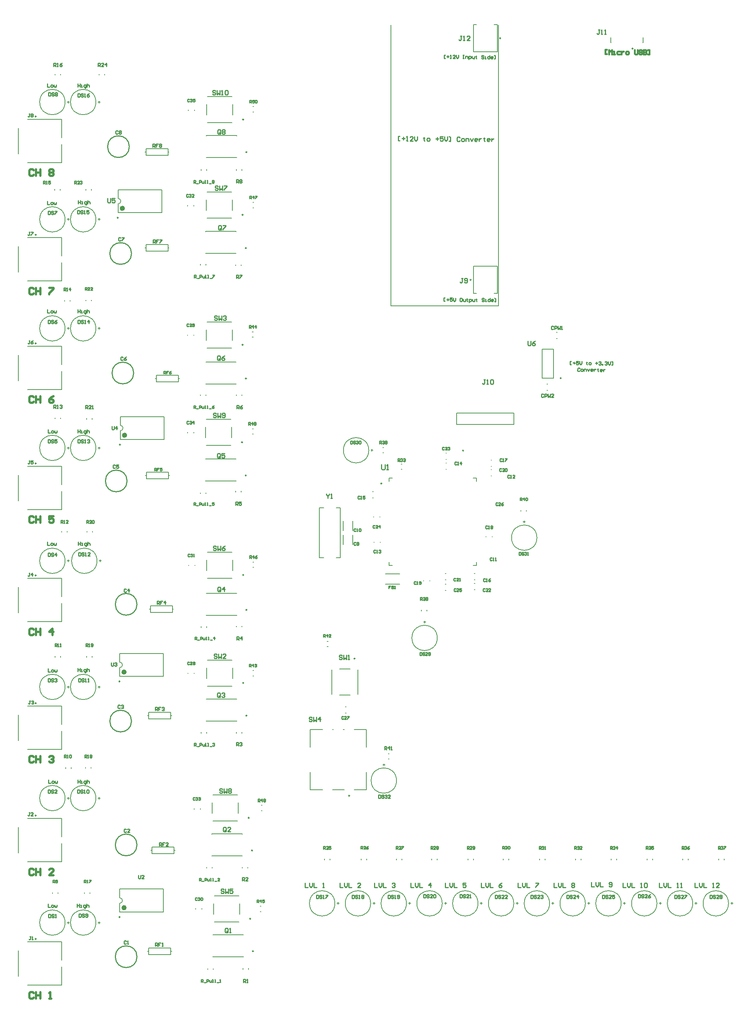
<source format=gto>
G04*
G04 #@! TF.GenerationSoftware,Altium Limited,Altium Designer,25.3.3 (18)*
G04*
G04 Layer_Color=65535*
%FSLAX44Y44*%
%MOMM*%
G71*
G04*
G04 #@! TF.SameCoordinates,B03FB70F-F8BE-43E9-B780-EF2A816BF6E4*
G04*
G04*
G04 #@! TF.FilePolarity,Positive*
G04*
G01*
G75*
%ADD10C,0.2500*%
%ADD11C,0.2000*%
%ADD12C,0.6000*%
%ADD13C,0.2540*%
%ADD14C,0.1651*%
%ADD15C,0.5080*%
%ADD16C,0.3810*%
D10*
X1421970Y2241670D02*
G03*
X1421970Y2241670I-1250J0D01*
G01*
X842370Y1238870D02*
G03*
X842370Y1238870I-1250J0D01*
G01*
X1031220Y1314690D02*
G03*
X1031220Y1314690I-1250J0D01*
G01*
X45250Y1812148D02*
G03*
X45250Y1812148I-1250J0D01*
G01*
Y2085198D02*
G03*
X45250Y2085198I-1250J0D01*
G01*
Y1561958D02*
G03*
X45250Y1561958I-1250J0D01*
G01*
Y1285098D02*
G03*
X45250Y1285098I-1250J0D01*
G01*
Y473060D02*
G03*
X45250Y473060I-1250J0D01*
G01*
Y1026780D02*
G03*
X45250Y1026780I-1250J0D01*
G01*
Y732140D02*
G03*
X45250Y732140I-1250J0D01*
G01*
Y188580D02*
G03*
X45250Y188580I-1250J0D01*
G01*
X780670Y835050D02*
G03*
X780670Y835050I-1250J0D01*
G01*
X540010Y235110D02*
G03*
X540010Y235110I-1250J0D01*
G01*
X523880Y2078080D02*
G03*
X523880Y2078080I-1250J0D01*
G01*
X536580Y467880D02*
G03*
X536580Y467880I-1250J0D01*
G01*
X523880Y778870D02*
G03*
X523880Y778870I-1250J0D01*
G01*
Y1027790D02*
G03*
X523880Y1027790I-1250J0D01*
G01*
X522610Y1858370D02*
G03*
X522610Y1858370I-1250J0D01*
G01*
Y1558650D02*
G03*
X522610Y1558650I-1250J0D01*
G01*
X521340Y1333860D02*
G03*
X521340Y1333860I-1250J0D01*
G01*
X1256300Y1481610D02*
G03*
X1256300Y1481610I-1250J0D01*
G01*
X238440Y238920D02*
G03*
X238440Y238920I-1250J0D01*
G01*
X546430Y160180D02*
G03*
X546430Y160180I-1250J0D01*
G01*
X531190Y947420D02*
G03*
X531190Y947420I-1250J0D01*
G01*
X238440Y782320D02*
G03*
X238440Y782320I-1250J0D01*
G01*
X531190Y703580D02*
G03*
X531190Y703580I-1250J0D01*
G01*
X1048328Y1708404D02*
G03*
X1048328Y1708404I-1250J0D01*
G01*
X1116728Y2265680D02*
G03*
X1116728Y2265680I-1250J0D01*
G01*
X239710Y1328420D02*
G03*
X239710Y1328420I-1250J0D01*
G01*
X768330Y518880D02*
G03*
X768330Y518880I-1250J0D01*
G01*
X234630Y1851660D02*
G03*
X234630Y1851660I-1250J0D01*
G01*
X531190Y2002790D02*
G03*
X531190Y2002790I-1250J0D01*
G01*
X529920Y1781810D02*
G03*
X529920Y1781810I-1250J0D01*
G01*
X530280Y1480820D02*
G03*
X530280Y1480820I-1250J0D01*
G01*
X529920Y1257300D02*
G03*
X529920Y1257300I-1250J0D01*
G01*
X544250Y392590D02*
G03*
X544250Y392590I-1250J0D01*
G01*
D11*
X812325Y1315360D02*
G03*
X812325Y1315360I-29225J0D01*
G01*
X876315Y553720D02*
G03*
X876315Y553720I-29225J0D01*
G01*
X734075Y270510D02*
G03*
X734075Y270510I-29225J0D01*
G01*
X816625D02*
G03*
X816625Y270510I-29225J0D01*
G01*
X899175D02*
G03*
X899175Y270510I-29225J0D01*
G01*
X981725D02*
G03*
X981725Y270510I-29225J0D01*
G01*
X1064275D02*
G03*
X1064275Y270510I-29225J0D01*
G01*
X1146825D02*
G03*
X1146825Y270510I-29225J0D01*
G01*
X1229375D02*
G03*
X1229375Y270510I-29225J0D01*
G01*
X1311925D02*
G03*
X1311925Y270510I-29225J0D01*
G01*
X1394475D02*
G03*
X1394475Y270510I-29225J0D01*
G01*
X1477025D02*
G03*
X1477025Y270510I-29225J0D01*
G01*
X1642125D02*
G03*
X1642125Y270510I-29225J0D01*
G01*
X1559575D02*
G03*
X1559575Y270510I-29225J0D01*
G01*
X1200165Y1113790D02*
G03*
X1200165Y1113790I-29225J0D01*
G01*
X970295Y882650D02*
G03*
X970295Y882650I-29225J0D01*
G01*
X237790Y270670D02*
G03*
X237790Y283370I0J6350D01*
G01*
X111775Y2118360D02*
G03*
X111775Y2118360I-29225J0D01*
G01*
X182895Y1320800D02*
G03*
X182895Y1320800I-29225J0D01*
G01*
X111775D02*
G03*
X111775Y1320800I-29225J0D01*
G01*
Y226220D02*
G03*
X111775Y226220I-29225J0D01*
G01*
X182895D02*
G03*
X182895Y226220I-29225J0D01*
G01*
X185435Y1060450D02*
G03*
X185435Y1060450I-29225J0D01*
G01*
X111775D02*
G03*
X111775Y1060450I-29225J0D01*
G01*
Y513240D02*
G03*
X111775Y513240I-29225J0D01*
G01*
X182895D02*
G03*
X182895Y513240I-29225J0D01*
G01*
X237790Y814070D02*
G03*
X237790Y826770I0J6350D01*
G01*
X182895Y769620D02*
G03*
X182895Y769620I-29225J0D01*
G01*
X111775D02*
G03*
X111775Y769620I-29225J0D01*
G01*
X239060Y1360170D02*
G03*
X239060Y1372870I0J6350D01*
G01*
X182895Y2118360D02*
G03*
X182895Y2118360I-29225J0D01*
G01*
Y1847850D02*
G03*
X182895Y1847850I-29225J0D01*
G01*
X111775D02*
G03*
X111775Y1847850I-29225J0D01*
G01*
X182895Y1596390D02*
G03*
X182895Y1596390I-29225J0D01*
G01*
X111775D02*
G03*
X111775Y1596390I-29225J0D01*
G01*
X233980Y1883410D02*
G03*
X233980Y1896110I0J6350D01*
G01*
X1370267Y2255420D02*
Y2267540D01*
Y2255420D02*
X1371570D01*
X1443860Y2255467D02*
X1445173D01*
Y2267540D01*
X859120Y1243620D02*
Y1251620D01*
Y1049620D02*
Y1057620D01*
X1053120Y1049620D02*
X1061120D01*
X859120D02*
X867120D01*
X1061120Y1243620D02*
Y1251620D01*
Y1049620D02*
Y1057620D01*
X1053120Y1251620D02*
X1061120D01*
X859120D02*
X867120D01*
X87730Y1915270D02*
Y1917270D01*
X100230Y1915270D02*
Y1917270D01*
X160120Y1915270D02*
Y1917270D01*
X172620Y1915270D02*
Y1917270D01*
X1014720Y1374740D02*
Y1401440D01*
Y1374740D02*
X1146820D01*
Y1401440D01*
X1014720D02*
X1146820D01*
X89000Y2180700D02*
Y2182700D01*
X101500Y2180700D02*
Y2182700D01*
X25000Y1805648D02*
X104000D01*
X4000Y1726148D02*
Y1785148D01*
X25000Y1705648D02*
X104000D01*
Y1763394D02*
Y1805648D01*
Y1705648D02*
Y1747902D01*
Y1978698D02*
Y2020952D01*
Y2036444D02*
Y2078698D01*
X25000Y1978698D02*
X104000D01*
X4000Y1999198D02*
Y2058198D01*
X25000Y2078698D02*
X104000D01*
X25000Y1555458D02*
X104000D01*
X4000Y1475958D02*
Y1534958D01*
X25000Y1455458D02*
X104000D01*
Y1513204D02*
Y1555458D01*
Y1455458D02*
Y1497712D01*
X25000Y1278598D02*
X104000D01*
X4000Y1199098D02*
Y1258098D01*
X25000Y1178598D02*
X104000D01*
Y1236344D02*
Y1278598D01*
Y1178598D02*
Y1220852D01*
X25000Y466560D02*
X104000D01*
X4000Y387060D02*
Y446060D01*
X25000Y366560D02*
X104000D01*
Y424306D02*
Y466560D01*
Y366560D02*
Y408814D01*
Y920280D02*
Y962534D01*
Y978026D02*
Y1020280D01*
X25000Y920280D02*
X104000D01*
X4000Y940780D02*
Y999780D01*
X25000Y1020280D02*
X104000D01*
Y625640D02*
Y667894D01*
Y683386D02*
Y725640D01*
X25000Y625640D02*
X104000D01*
X4000Y646140D02*
Y705140D01*
X25000Y725640D02*
X104000D01*
Y82080D02*
Y124334D01*
Y139826D02*
Y182080D01*
X25000Y82080D02*
X104000D01*
X4000Y102580D02*
Y161580D01*
X25000Y182080D02*
X104000D01*
X990104Y1309000D02*
X991604D01*
X990104Y1294500D02*
X991604D01*
X990104Y1286140D02*
X991604D01*
X990104Y1271640D02*
X991604D01*
X817325Y1315360D02*
X822325D01*
X819825Y1312860D02*
Y1317860D01*
X844820Y1321970D02*
X846820D01*
X844820Y1309470D02*
X846820D01*
X1223170Y1467750D02*
X1224670D01*
X1223170Y1453250D02*
X1224670D01*
X564150Y484130D02*
X566150D01*
X564150Y496630D02*
X566150D01*
X844590Y590445D02*
X849590D01*
X847090Y587945D02*
Y592945D01*
X744670Y811050D02*
X769170D01*
X726920Y752800D02*
Y809300D01*
X744670Y751050D02*
X769170D01*
X786920Y752800D02*
Y809300D01*
X716390Y874930D02*
X718390D01*
X716390Y862430D02*
X718390D01*
X561610Y264220D02*
X563610D01*
X561610Y251720D02*
X563610D01*
X413120Y257220D02*
Y258720D01*
X427620Y257220D02*
Y258720D01*
X456510Y227610D02*
X513010D01*
X454760Y245360D02*
Y269860D01*
X456510Y287610D02*
X513010D01*
X514760Y245360D02*
Y269860D01*
X545100Y1874620D02*
X547100D01*
X545100Y1887120D02*
X547100D01*
X410330Y2098920D02*
Y2100420D01*
X395830Y2098920D02*
Y2100420D01*
X545100Y2095600D02*
X547100D01*
X545100Y2108100D02*
X547100D01*
X498630Y2088330D02*
Y2112830D01*
X440380Y2130580D02*
X496880D01*
X438630Y2088330D02*
Y2112830D01*
X440380Y2070580D02*
X496880D01*
X423810Y488000D02*
Y489500D01*
X409310Y488000D02*
Y489500D01*
X453080Y460380D02*
X509580D01*
X451330Y478130D02*
Y502630D01*
X453080Y520380D02*
X509580D01*
X511330Y478130D02*
Y502630D01*
X545100Y807620D02*
X547100D01*
X545100Y795120D02*
X547100D01*
X440380Y771370D02*
X496880D01*
X438630Y789120D02*
Y813620D01*
X440380Y831370D02*
X496880D01*
X498630Y789120D02*
Y813620D01*
X396610Y1049540D02*
Y1051040D01*
X411110Y1049540D02*
Y1051040D01*
X440380Y1020290D02*
X496880D01*
X438630Y1038040D02*
Y1062540D01*
X440380Y1080290D02*
X496880D01*
X498630Y1038040D02*
Y1062540D01*
X545100Y1057810D02*
X547100D01*
X545100Y1045310D02*
X547100D01*
X408570Y1878850D02*
Y1880350D01*
X394070Y1878850D02*
Y1880350D01*
X408570Y1355610D02*
Y1357110D01*
X394070Y1355610D02*
Y1357110D01*
X497360Y1868620D02*
Y1893120D01*
X439110Y1910870D02*
X495610D01*
X437360Y1868620D02*
Y1893120D01*
X439110Y1850870D02*
X495610D01*
X497360Y1568900D02*
Y1593400D01*
X439110Y1611150D02*
X495610D01*
X437360Y1568900D02*
Y1593400D01*
X439110Y1551150D02*
X495610D01*
X543670Y1576170D02*
X545670D01*
X543670Y1588670D02*
X545670D01*
X543830Y1352650D02*
X545830D01*
X543830Y1365150D02*
X545830D01*
X496090Y1344110D02*
Y1368610D01*
X437840Y1386360D02*
X494340D01*
X436090Y1344110D02*
Y1368610D01*
X437840Y1326360D02*
X494340D01*
X741575Y268010D02*
Y273010D01*
X739075Y270510D02*
X744075D01*
X722530Y371110D02*
Y373110D01*
X710030Y371110D02*
Y373110D01*
X824125Y268010D02*
Y273010D01*
X821625Y270510D02*
X826625D01*
X807620Y371110D02*
Y373110D01*
X795120Y371110D02*
Y373110D01*
X906675Y268010D02*
Y273010D01*
X904175Y270510D02*
X909175D01*
X888900Y371110D02*
Y373110D01*
X876400Y371110D02*
Y373110D01*
X989225Y268010D02*
Y273010D01*
X986725Y270510D02*
X991725D01*
X970180Y371110D02*
Y373110D01*
X957680Y371110D02*
Y373110D01*
X1071775Y268010D02*
Y273010D01*
X1069275Y270510D02*
X1074275D01*
X1054000Y371110D02*
Y373110D01*
X1041500Y371110D02*
Y373110D01*
X1154325Y268010D02*
Y273010D01*
X1151825Y270510D02*
X1156825D01*
X1135280Y371110D02*
Y373110D01*
X1122780Y371110D02*
Y373110D01*
X1234375Y270510D02*
X1239375D01*
X1236875Y268010D02*
Y273010D01*
X1206600Y370950D02*
Y372950D01*
X1219100Y370950D02*
Y372950D01*
X1289150Y370950D02*
Y372950D01*
X1301650Y370950D02*
Y372950D01*
X1316925Y270510D02*
X1321925D01*
X1319425Y268010D02*
Y273010D01*
X1371700Y370950D02*
Y372950D01*
X1384200Y370950D02*
Y372950D01*
X1399475Y270510D02*
X1404475D01*
X1401975Y268010D02*
Y273010D01*
X1482025Y270510D02*
X1487025D01*
X1484525Y268010D02*
Y273010D01*
X1454250Y371110D02*
Y373110D01*
X1466750Y371110D02*
Y373110D01*
X1536800Y371110D02*
Y373110D01*
X1549300Y371110D02*
Y373110D01*
X1619350Y371110D02*
Y373110D01*
X1631850Y371110D02*
Y373110D01*
X1647125Y270510D02*
X1652125D01*
X1649625Y268010D02*
Y273010D01*
X1564575Y270510D02*
X1569575D01*
X1567075Y268010D02*
Y273010D01*
X1245120Y1587130D02*
X1246620D01*
X1245120Y1572630D02*
X1246620D01*
X1238550Y1481610D02*
Y1548610D01*
X1212550Y1481610D02*
Y1548610D01*
Y1481610D02*
X1238550D01*
X1212550Y1548610D02*
X1238550D01*
X820940Y1220100D02*
X822440D01*
X820940Y1205600D02*
X822440D01*
X1163420Y1175020D02*
Y1177020D01*
X1175920Y1175020D02*
Y1177020D01*
X1170940Y1148015D02*
Y1153015D01*
X1168440Y1150515D02*
X1173440D01*
X933550Y945150D02*
Y947150D01*
X946050Y945150D02*
Y947150D01*
X941070Y916875D02*
Y921875D01*
X938570Y919375D02*
X943570D01*
X1082410Y1115580D02*
Y1117080D01*
X1096910Y1115580D02*
Y1117080D01*
X338790Y250520D02*
Y303520D01*
X237790Y283370D02*
Y303520D01*
Y250520D02*
Y270670D01*
Y303520D02*
X338790D01*
X237790Y250520D02*
X338790D01*
X1055890Y993510D02*
X1057390D01*
X1055890Y1008010D02*
X1057390D01*
X850879Y1006759D02*
X883941D01*
X850879Y1030321D02*
X883941D01*
X938900Y1013980D02*
Y1015480D01*
X953400Y1013980D02*
Y1015480D01*
X988580Y1006740D02*
X990080D01*
X988580Y992240D02*
X990080D01*
X1055890Y1016370D02*
X1057390D01*
X1055890Y1030870D02*
X1057390D01*
X1094244Y1256400D02*
X1095744D01*
X1094244Y1270900D02*
X1095744D01*
X1094244Y1277990D02*
X1095744D01*
X1094244Y1292490D02*
X1095744D01*
X886730Y1271870D02*
X888730D01*
X886730Y1283370D02*
X888730D01*
X698380Y1067470D02*
X708380D01*
X736880D02*
X746880D01*
Y1182970D01*
X698380D02*
X708380D01*
X736880D02*
X746880D01*
X698380Y1067470D02*
Y1182970D01*
X753790Y1097830D02*
Y1119830D01*
X775290Y1097830D02*
Y1119830D01*
Y1130610D02*
Y1152610D01*
X753790Y1130610D02*
Y1152610D01*
X988940Y1030870D02*
X990440D01*
X988940Y1016370D02*
X990440D01*
X837830Y1161300D02*
Y1162800D01*
X823330Y1161300D02*
Y1162800D01*
X824600Y1102880D02*
Y1104380D01*
X839100Y1102880D02*
Y1104380D01*
X857520Y615850D02*
X859520D01*
X857520Y603350D02*
X859520D01*
X298450Y1995170D02*
Y2002790D01*
Y1995170D02*
X349250D01*
Y2010410D01*
X298450D02*
X349250D01*
X298450Y2002790D02*
Y2010410D01*
X349250Y2002790D02*
X351536D01*
X296164D02*
X298450D01*
X758350Y723530D02*
X759850D01*
X758350Y709030D02*
X759850D01*
X116775Y2118360D02*
X121775D01*
X119275Y2115860D02*
Y2120860D01*
X408570Y1580400D02*
Y1581900D01*
X394070Y1580400D02*
Y1581900D01*
X187895Y1320800D02*
X192895D01*
X190395Y1318300D02*
Y1323300D01*
X116775Y1320800D02*
X121775D01*
X119275Y1318300D02*
Y1323300D01*
Y223720D02*
Y228720D01*
X116775Y226220D02*
X121775D01*
X187895D02*
X192895D01*
X190395Y223720D02*
Y228720D01*
X304800Y152400D02*
Y160020D01*
Y152400D02*
X355600D01*
Y167640D01*
X304800D02*
X355600D01*
X304800Y160020D02*
Y167640D01*
X355600Y160020D02*
X357886D01*
X302514D02*
X304800D01*
X453290Y118540D02*
Y120540D01*
X440790Y118540D02*
Y120540D01*
X452680Y147480D02*
X522680D01*
X452680Y197830D02*
Y198280D01*
Y147480D02*
Y147930D01*
Y198280D02*
X522680D01*
Y197830D02*
Y198280D01*
Y147480D02*
Y147930D01*
X522070Y118700D02*
Y120700D01*
X534570Y118700D02*
Y120700D01*
X156310Y293800D02*
Y295800D01*
X168810Y293800D02*
Y295800D01*
X95150Y293800D02*
Y295800D01*
X82650Y293800D02*
Y295800D01*
X190435Y1060450D02*
X195435D01*
X192935Y1057950D02*
Y1062950D01*
X116775Y1060450D02*
X121775D01*
X119275Y1057950D02*
Y1062950D01*
X308610Y941070D02*
Y948690D01*
Y941070D02*
X359410D01*
Y956310D01*
X308610D02*
X359410D01*
X308610Y948690D02*
Y956310D01*
X359410Y948690D02*
X361696D01*
X306324D02*
X308610D01*
X104240Y1126760D02*
Y1128760D01*
X116740Y1126760D02*
Y1128760D01*
X162660Y1126600D02*
Y1128600D01*
X175160Y1126600D02*
Y1128600D01*
X519330Y908320D02*
Y910320D01*
X506830Y908320D02*
Y910320D01*
X425550Y906890D02*
Y908890D01*
X438050Y906890D02*
Y908890D01*
X437440Y934720D02*
X507440D01*
X437440Y985070D02*
Y985520D01*
Y934720D02*
Y935170D01*
Y985520D02*
X507440D01*
Y985070D02*
Y985520D01*
Y934720D02*
Y935170D01*
X116775Y513240D02*
X121775D01*
X119275Y510740D02*
Y515740D01*
X125630Y581930D02*
Y583930D01*
X113130Y581930D02*
Y583930D01*
X171350Y582090D02*
Y584090D01*
X158850Y582090D02*
Y584090D01*
X187895Y513240D02*
X192895D01*
X190395Y510740D02*
Y515740D01*
X338790Y793920D02*
Y846920D01*
X237790Y826770D02*
Y846920D01*
Y793920D02*
Y814070D01*
Y846920D02*
X338790D01*
X237790Y793920D02*
X338790D01*
X187895Y769620D02*
X192895D01*
X190395Y767120D02*
Y772120D01*
X116775Y769620D02*
X121775D01*
X119275Y767120D02*
Y772120D01*
X304800Y695960D02*
Y703580D01*
Y695960D02*
X355600D01*
Y711200D01*
X304800D02*
X355600D01*
X304800Y703580D02*
Y711200D01*
X355600Y703580D02*
X357886D01*
X302514D02*
X304800D01*
X161390Y838470D02*
Y840470D01*
X173890Y838470D02*
Y840470D01*
X437440Y690880D02*
X507440D01*
X437440Y741230D02*
Y741680D01*
Y690880D02*
Y691330D01*
Y741680D02*
X507440D01*
Y741230D02*
Y741680D01*
Y690880D02*
Y691330D01*
X425550Y663210D02*
Y665210D01*
X438050Y663210D02*
Y665210D01*
X506830Y663210D02*
Y665210D01*
X519330Y663210D02*
Y665210D01*
X409840Y800620D02*
Y802120D01*
X395340Y800620D02*
Y802120D01*
X89000Y838310D02*
Y840310D01*
X101500Y838310D02*
Y840310D01*
X1101658Y1677404D02*
X1108978D01*
X1053578D02*
X1060898D01*
X1108978D02*
Y1739404D01*
X1053578D02*
X1108978D01*
X1053578Y1677404D02*
Y1739404D01*
Y2296680D02*
X1060898D01*
X1101658D02*
X1108978D01*
X1053578Y2234680D02*
Y2296680D01*
Y2234680D02*
X1108978D01*
Y2296680D01*
X438050Y1961150D02*
Y1963150D01*
X425550Y1961150D02*
Y1963150D01*
X340060Y1340020D02*
Y1393020D01*
X239060Y1372870D02*
Y1393020D01*
Y1340020D02*
Y1360170D01*
Y1393020D02*
X340060D01*
X239060Y1340020D02*
X340060D01*
X505560Y1219470D02*
Y1221470D01*
X518060Y1219470D02*
Y1221470D01*
X778580Y532630D02*
X807080D01*
X728580D02*
X755580D01*
X677080D02*
X705580D01*
X677080Y630880D02*
Y671630D01*
Y532630D02*
Y573380D01*
X778580Y671630D02*
X807080D01*
X753580D02*
X755580D01*
X728580D02*
X730580D01*
X677080D02*
X705580D01*
X807080Y630880D02*
Y671630D01*
Y532630D02*
Y573380D01*
X203100Y2180700D02*
Y2182700D01*
X190600Y2180700D02*
Y2182700D01*
X190395Y2115860D02*
Y2120860D01*
X187895Y2118360D02*
X192895D01*
X190395Y1845350D02*
Y1850350D01*
X187895Y1847850D02*
X192895D01*
X119275Y1845350D02*
Y1850350D01*
X116775Y1847850D02*
X121775D01*
X190395Y1593890D02*
Y1598890D01*
X187895Y1596390D02*
X192895D01*
X119275Y1593890D02*
Y1598890D01*
X116775Y1596390D02*
X121775D01*
X172620Y1660000D02*
Y1662000D01*
X160120Y1660000D02*
Y1662000D01*
X123090Y1659050D02*
Y1661050D01*
X110590Y1659050D02*
Y1661050D01*
X173890Y1387110D02*
Y1389110D01*
X161390Y1387110D02*
Y1389110D01*
X101500Y1388380D02*
Y1390380D01*
X89000Y1388380D02*
Y1390380D01*
X233980Y1863260D02*
X334980D01*
X233980Y1916260D02*
X334980D01*
X233980Y1863260D02*
Y1883410D01*
Y1896110D02*
Y1916260D01*
X334980Y1863260D02*
Y1916260D01*
X296164Y1781810D02*
X298450D01*
X349250D02*
X351536D01*
X298450D02*
Y1789430D01*
X349250D01*
Y1774190D02*
Y1789430D01*
X298450Y1774190D02*
X349250D01*
X298450D02*
Y1781810D01*
X424280Y1742710D02*
Y1744710D01*
X436780Y1742710D02*
Y1744710D01*
X320294Y1480820D02*
X322580D01*
X373380D02*
X375666D01*
X322580D02*
Y1488440D01*
X373380D01*
Y1473200D02*
Y1488440D01*
X322580Y1473200D02*
X373380D01*
X322580D02*
Y1480820D01*
X424280Y1441720D02*
Y1443720D01*
X436780Y1441720D02*
Y1443720D01*
X297434Y1257300D02*
X299720D01*
X350520D02*
X352806D01*
X299720D02*
Y1264920D01*
X350520D01*
Y1249680D02*
Y1264920D01*
X299720Y1249680D02*
X350520D01*
X299720D02*
Y1257300D01*
X424280Y1215660D02*
Y1217660D01*
X436780Y1215660D02*
Y1217660D01*
X310134Y392430D02*
X312420D01*
X363220D02*
X365506D01*
X312420D02*
Y400050D01*
X363220D01*
Y384810D02*
Y400050D01*
X312420Y384810D02*
X363220D01*
X312420D02*
Y392430D01*
X438250Y352220D02*
Y354220D01*
X450750Y352220D02*
Y354220D01*
X519330Y1961150D02*
Y1963150D01*
X506830Y1961150D02*
Y1963150D01*
X507440Y1990090D02*
Y1990540D01*
Y2040440D02*
Y2040890D01*
X437440D02*
X507440D01*
X437440Y1990090D02*
Y1990540D01*
Y2040440D02*
Y2040890D01*
Y1990090D02*
X507440D01*
X506170Y1769110D02*
Y1769560D01*
Y1819460D02*
Y1819910D01*
X436170D02*
X506170D01*
X436170Y1769110D02*
Y1769560D01*
Y1819460D02*
Y1819910D01*
Y1769110D02*
X506170D01*
X518060Y1741440D02*
Y1743440D01*
X505560Y1741440D02*
Y1743440D01*
X506530Y1468120D02*
Y1468570D01*
Y1518470D02*
Y1518920D01*
X436530D02*
X506530D01*
X436530Y1468120D02*
Y1468570D01*
Y1518470D02*
Y1518920D01*
Y1468120D02*
X506530D01*
X519330Y1441720D02*
Y1443720D01*
X506830Y1441720D02*
Y1443720D01*
X506170Y1244600D02*
Y1245050D01*
Y1294950D02*
Y1295400D01*
X436170D02*
X506170D01*
X436170Y1244600D02*
Y1245050D01*
Y1294950D02*
Y1295400D01*
Y1244600D02*
X506170D01*
X520500Y379890D02*
Y380340D01*
Y430240D02*
Y430690D01*
X450500D02*
X520500D01*
X450500Y379890D02*
Y380340D01*
Y430240D02*
Y430690D01*
Y379890D02*
X520500D01*
X533300Y352220D02*
Y354220D01*
X520800Y352220D02*
Y354220D01*
D12*
X250790Y260520D02*
G03*
X250790Y260520I-3000J0D01*
G01*
Y803920D02*
G03*
X250790Y803920I-3000J0D01*
G01*
X252060Y1350020D02*
G03*
X252060Y1350020I-3000J0D01*
G01*
X246980Y1873260D02*
G03*
X246980Y1873260I-3000J0D01*
G01*
D13*
X259950Y2015490D02*
G03*
X259950Y2015490I-25000J0D01*
G01*
X277730Y147480D02*
G03*
X277730Y147480I-25000J0D01*
G01*
Y960120D02*
G03*
X277730Y960120I-25000J0D01*
G01*
X265030Y690880D02*
G03*
X265030Y690880I-25000J0D01*
G01*
Y1769110D02*
G03*
X265030Y1769110I-25000J0D01*
G01*
X270110Y1493520D02*
G03*
X270110Y1493520I-25000J0D01*
G01*
X254870Y1244600D02*
G03*
X254870Y1244600I-25000J0D01*
G01*
X277730Y405290D02*
G03*
X277730Y405290I-25000J0D01*
G01*
X73660Y554987D02*
Y547370D01*
X78738D01*
X82547D02*
X85086D01*
X86356Y548640D01*
Y551179D01*
X85086Y552448D01*
X82547D01*
X81278Y551179D01*
Y548640D01*
X82547Y547370D01*
X88895Y552448D02*
Y548640D01*
X90165Y547370D01*
X91434Y548640D01*
X92704Y547370D01*
X93973Y548640D01*
Y552448D01*
X1398270Y317497D02*
Y307340D01*
X1405041D01*
X1408427Y317497D02*
Y310726D01*
X1411812Y307340D01*
X1415198Y310726D01*
Y317497D01*
X1418583D02*
Y307340D01*
X1425355D01*
X1438897D02*
X1442283D01*
X1440590D01*
Y317497D01*
X1438897Y315804D01*
X1447361D02*
X1449054Y317497D01*
X1452439D01*
X1454132Y315804D01*
Y309033D01*
X1452439Y307340D01*
X1449054D01*
X1447361Y309033D01*
Y315804D01*
X72390Y1362708D02*
Y1355090D01*
X77468D01*
X81277D02*
X83816D01*
X85086Y1356360D01*
Y1358899D01*
X83816Y1360168D01*
X81277D01*
X80007Y1358899D01*
Y1356360D01*
X81277Y1355090D01*
X87625Y1360168D02*
Y1356360D01*
X88895Y1355090D01*
X90164Y1356360D01*
X91434Y1355090D01*
X92703Y1356360D01*
Y1360168D01*
X1482090Y317497D02*
Y307340D01*
X1488861D01*
X1492247Y317497D02*
Y310726D01*
X1495632Y307340D01*
X1499018Y310726D01*
Y317497D01*
X1502403D02*
Y307340D01*
X1509175D01*
X1522717D02*
X1526102D01*
X1524410D01*
Y317497D01*
X1522717Y315804D01*
X1531181Y307340D02*
X1534566D01*
X1532874D01*
Y317497D01*
X1531181Y315804D01*
X825246Y317497D02*
Y307340D01*
X832017D01*
X835403Y317497D02*
Y310726D01*
X838788Y307340D01*
X842174Y310726D01*
Y317497D01*
X845559D02*
Y307340D01*
X852331D01*
X865873Y315804D02*
X867566Y317497D01*
X870951D01*
X872644Y315804D01*
Y314111D01*
X870951Y312418D01*
X869258D01*
X870951D01*
X872644Y310726D01*
Y309033D01*
X870951Y307340D01*
X867566D01*
X865873Y309033D01*
X142240Y1891027D02*
Y1883409D01*
Y1887218D01*
X147318D01*
Y1891027D01*
Y1883409D01*
X149858D02*
X152397D01*
X151127D01*
Y1888488D01*
X149858D01*
X158745Y1880870D02*
X160014D01*
X161284Y1882140D01*
Y1888488D01*
X157475D01*
X156206Y1887218D01*
Y1884679D01*
X157475Y1883409D01*
X161284D01*
X163823Y1891027D02*
Y1883409D01*
Y1887218D01*
X165093Y1888488D01*
X167632D01*
X168901Y1887218D01*
Y1883409D01*
X140970Y812797D02*
Y805179D01*
Y808988D01*
X146048D01*
Y812797D01*
Y805179D01*
X148588D02*
X151127D01*
X149857D01*
Y810257D01*
X148588D01*
X157475Y802640D02*
X158744D01*
X160014Y803910D01*
Y810257D01*
X156205D01*
X154936Y808988D01*
Y806449D01*
X156205Y805179D01*
X160014D01*
X162553Y812797D02*
Y805179D01*
Y808988D01*
X163823Y810257D01*
X166362D01*
X167631Y808988D01*
Y805179D01*
X745490Y317497D02*
Y307340D01*
X752261D01*
X755647Y317497D02*
Y310726D01*
X759032Y307340D01*
X762418Y310726D01*
Y317497D01*
X765803D02*
Y307340D01*
X772575D01*
X792888D02*
X786117D01*
X792888Y314111D01*
Y315804D01*
X791195Y317497D01*
X787810D01*
X786117Y315804D01*
X71120Y2160267D02*
Y2152650D01*
X76198D01*
X80007D02*
X82546D01*
X83816Y2153920D01*
Y2156459D01*
X82546Y2157728D01*
X80007D01*
X78738Y2156459D01*
Y2153920D01*
X80007Y2152650D01*
X86355Y2157728D02*
Y2153920D01*
X87625Y2152650D01*
X88894Y2153920D01*
X90164Y2152650D01*
X91433Y2153920D01*
Y2157728D01*
X71120Y1889758D02*
Y1882140D01*
X76198D01*
X80007D02*
X82546D01*
X83816Y1883410D01*
Y1885949D01*
X82546Y1887218D01*
X80007D01*
X78738Y1885949D01*
Y1883410D01*
X80007Y1882140D01*
X86355Y1887218D02*
Y1883410D01*
X87625Y1882140D01*
X88894Y1883410D01*
X90164Y1882140D01*
X91433Y1883410D01*
Y1887218D01*
X987992Y1659120D02*
X985453Y1659142D01*
X985519Y1666759D01*
X988059Y1666737D01*
X991834Y1662895D02*
X996912Y1662851D01*
X994395Y1665412D02*
X994351Y1660334D01*
X1004563Y1666593D02*
X999484Y1666638D01*
X999451Y1662829D01*
X1002001Y1664076D01*
X1003271Y1664065D01*
X1004529Y1662785D01*
X1004507Y1660246D01*
X1003227Y1658987D01*
X1000688Y1659009D01*
X999429Y1660290D01*
X1007102Y1666571D02*
X1007057Y1661493D01*
X1009575Y1658932D01*
X1012136Y1661449D01*
X1012180Y1666527D01*
X1026145Y1666406D02*
X1023606Y1666428D01*
X1022325Y1665169D01*
X1022281Y1660091D01*
X1023540Y1658810D01*
X1026079Y1658788D01*
X1027359Y1660047D01*
X1027403Y1665125D01*
X1026145Y1666406D01*
X1029931Y1663833D02*
X1029898Y1660025D01*
X1031157Y1658744D01*
X1034965Y1658711D01*
X1035010Y1663789D01*
X1038829Y1665026D02*
X1038818Y1663756D01*
X1037549Y1663767D01*
X1040088Y1663745D01*
X1038818Y1663756D01*
X1038785Y1659948D01*
X1040043Y1658667D01*
X1043830Y1656095D02*
X1043896Y1663712D01*
X1047705Y1663679D01*
X1048963Y1662398D01*
X1048941Y1659859D01*
X1047661Y1658601D01*
X1043852Y1658634D01*
X1051514Y1663646D02*
X1051480Y1659837D01*
X1052739Y1658557D01*
X1056547Y1658524D01*
X1056592Y1663602D01*
X1060411Y1664838D02*
X1060400Y1663569D01*
X1059131Y1663580D01*
X1061670Y1663557D01*
X1060400Y1663569D01*
X1060367Y1659760D01*
X1061626Y1658479D01*
X1078185Y1664684D02*
X1076926Y1665964D01*
X1074387Y1665986D01*
X1073107Y1664728D01*
X1073096Y1663458D01*
X1074354Y1662178D01*
X1076893Y1662155D01*
X1078152Y1660875D01*
X1078141Y1659605D01*
X1076860Y1658347D01*
X1074321Y1658369D01*
X1073063Y1659650D01*
X1080669Y1658314D02*
X1083208Y1658292D01*
X1081938Y1658303D01*
X1081982Y1663381D01*
X1080713Y1663392D01*
X1092161Y1665832D02*
X1092095Y1658214D01*
X1088286Y1658248D01*
X1087028Y1659528D01*
X1087050Y1662067D01*
X1088330Y1663326D01*
X1092139Y1663293D01*
X1098442Y1658159D02*
X1095903Y1658181D01*
X1094645Y1659462D01*
X1094667Y1662001D01*
X1095947Y1663259D01*
X1098487Y1663237D01*
X1099745Y1661957D01*
X1099734Y1660687D01*
X1094656Y1660731D01*
X1102251Y1658126D02*
X1104790Y1658104D01*
X1104856Y1665721D01*
X1102317Y1665743D01*
X1279453Y1512976D02*
X1276914Y1512998D01*
X1276981Y1520615D01*
X1279520Y1520593D01*
X1283295Y1516751D02*
X1288373Y1516707D01*
X1285856Y1519268D02*
X1285812Y1514190D01*
X1296024Y1520450D02*
X1290946Y1520494D01*
X1290912Y1516685D01*
X1293463Y1517932D01*
X1294732Y1517921D01*
X1295991Y1516641D01*
X1295968Y1514102D01*
X1294688Y1512843D01*
X1292149Y1512865D01*
X1290890Y1514146D01*
X1298563Y1520427D02*
X1298519Y1515349D01*
X1301036Y1512788D01*
X1303597Y1515305D01*
X1303641Y1520383D01*
X1315056Y1519014D02*
X1315045Y1517745D01*
X1313775Y1517756D01*
X1316314Y1517734D01*
X1315045Y1517745D01*
X1315012Y1513936D01*
X1316270Y1512656D01*
X1321348Y1512612D02*
X1323887Y1512589D01*
X1325168Y1513848D01*
X1325190Y1516387D01*
X1323932Y1517668D01*
X1321393Y1517690D01*
X1320112Y1516431D01*
X1320090Y1513892D01*
X1321348Y1512612D01*
X1335346Y1516299D02*
X1340424Y1516254D01*
X1337908Y1518816D02*
X1337863Y1513737D01*
X1342986Y1518772D02*
X1344266Y1520030D01*
X1346805Y1520008D01*
X1348064Y1518727D01*
X1348053Y1517458D01*
X1346772Y1516199D01*
X1345503Y1516210D01*
X1346772Y1516199D01*
X1348031Y1514919D01*
X1348020Y1513649D01*
X1346739Y1512391D01*
X1344200Y1512413D01*
X1342941Y1513693D01*
X1350548Y1512358D02*
X1350559Y1513627D01*
X1351828Y1513616D01*
X1351817Y1512346D01*
X1350548Y1512358D01*
X1356951Y1518650D02*
X1358231Y1519909D01*
X1360770Y1519886D01*
X1362029Y1518606D01*
X1362018Y1517336D01*
X1360737Y1516078D01*
X1359468Y1516089D01*
X1360737Y1516078D01*
X1361996Y1514797D01*
X1361985Y1513528D01*
X1360704Y1512269D01*
X1358165Y1512291D01*
X1356906Y1513572D01*
X1364579Y1519853D02*
X1364535Y1514775D01*
X1367052Y1512214D01*
X1369613Y1514731D01*
X1369657Y1519809D01*
X1372130Y1512170D02*
X1374669Y1512148D01*
X1374735Y1519765D01*
X1372196Y1519787D01*
X1299054Y1503916D02*
X1297796Y1505197D01*
X1295256Y1505219D01*
X1293976Y1503960D01*
X1293932Y1498882D01*
X1295190Y1497601D01*
X1297729Y1497579D01*
X1299010Y1498838D01*
X1302807Y1497535D02*
X1305347Y1497513D01*
X1306627Y1498772D01*
X1306649Y1501311D01*
X1305391Y1502591D01*
X1302852Y1502613D01*
X1301571Y1501355D01*
X1301549Y1498816D01*
X1302807Y1497535D01*
X1309155Y1497480D02*
X1309199Y1502558D01*
X1313008Y1502525D01*
X1314266Y1501244D01*
X1314233Y1497436D01*
X1316817Y1502492D02*
X1319312Y1497392D01*
X1321895Y1502448D01*
X1328198Y1497314D02*
X1325659Y1497336D01*
X1324401Y1498617D01*
X1324423Y1501156D01*
X1325703Y1502415D01*
X1328242Y1502392D01*
X1329501Y1501112D01*
X1329490Y1499842D01*
X1324412Y1499886D01*
X1332051Y1502359D02*
X1332007Y1497281D01*
X1332029Y1499820D01*
X1333310Y1501079D01*
X1334590Y1502337D01*
X1335860Y1502326D01*
X1340949Y1503552D02*
X1340938Y1502282D01*
X1339668Y1502293D01*
X1342207Y1502271D01*
X1340938Y1502282D01*
X1340905Y1498473D01*
X1342163Y1497193D01*
X1349780Y1497127D02*
X1347241Y1497149D01*
X1345983Y1498429D01*
X1346005Y1500968D01*
X1347285Y1502227D01*
X1349825Y1502205D01*
X1351083Y1500924D01*
X1351072Y1499655D01*
X1345994Y1499699D01*
X1353633Y1502172D02*
X1353589Y1497094D01*
X1353611Y1499633D01*
X1354892Y1500891D01*
X1356172Y1502150D01*
X1357442Y1502139D01*
X139700Y269237D02*
Y261619D01*
Y265428D01*
X144778D01*
Y269237D01*
Y261619D01*
X147317D02*
X149857D01*
X148587D01*
Y266698D01*
X147317D01*
X156205Y259080D02*
X157474D01*
X158744Y260350D01*
Y266698D01*
X154935D01*
X153666Y265428D01*
Y262889D01*
X154935Y261619D01*
X158744D01*
X161283Y269237D02*
Y261619D01*
Y265428D01*
X162553Y266698D01*
X165092D01*
X166361Y265428D01*
Y261619D01*
X506732Y633731D02*
Y641349D01*
X510541D01*
X511810Y640079D01*
Y637540D01*
X510541Y636270D01*
X506732D01*
X509271D02*
X511810Y633731D01*
X514350Y640079D02*
X515619Y641349D01*
X518158D01*
X519428Y640079D01*
Y638810D01*
X518158Y637540D01*
X516889D01*
X518158D01*
X519428Y636270D01*
Y635001D01*
X518158Y633731D01*
X515619D01*
X514350Y635001D01*
X1325626Y318767D02*
Y308610D01*
X1332397D01*
X1335783Y318767D02*
Y311996D01*
X1339168Y308610D01*
X1342554Y311996D01*
Y318767D01*
X1345939D02*
Y308610D01*
X1352711D01*
X1366253Y310303D02*
X1367946Y308610D01*
X1371331D01*
X1373024Y310303D01*
Y317074D01*
X1371331Y318767D01*
X1367946D01*
X1366253Y317074D01*
Y315381D01*
X1367946Y313688D01*
X1373024D01*
X1156716Y317497D02*
Y307340D01*
X1163487D01*
X1166873Y317497D02*
Y310726D01*
X1170258Y307340D01*
X1173644Y310726D01*
Y317497D01*
X1177029D02*
Y307340D01*
X1183801D01*
X1197343Y317497D02*
X1204114D01*
Y315804D01*
X1197343Y309033D01*
Y307340D01*
X909066Y317497D02*
Y307340D01*
X915837D01*
X919223Y317497D02*
Y310726D01*
X922608Y307340D01*
X925994Y310726D01*
Y317497D01*
X929379D02*
Y307340D01*
X936151D01*
X954771D02*
Y317497D01*
X949693Y312418D01*
X956464D01*
X140970Y1362707D02*
Y1355089D01*
Y1358898D01*
X146048D01*
Y1362707D01*
Y1355089D01*
X148588D02*
X151127D01*
X149857D01*
Y1360168D01*
X148588D01*
X157475Y1352550D02*
X158744D01*
X160014Y1353820D01*
Y1360168D01*
X156205D01*
X154936Y1358898D01*
Y1356359D01*
X156205Y1355089D01*
X160014D01*
X162553Y1362707D02*
Y1355089D01*
Y1358898D01*
X163823Y1360168D01*
X166362D01*
X167631Y1358898D01*
Y1355089D01*
X72390Y269237D02*
Y261620D01*
X77468D01*
X81277D02*
X83816D01*
X85086Y262890D01*
Y265429D01*
X83816Y266698D01*
X81277D01*
X80007Y265429D01*
Y262890D01*
X81277Y261620D01*
X87625Y266698D02*
Y262890D01*
X88895Y261620D01*
X90164Y262890D01*
X91434Y261620D01*
X92703Y262890D01*
Y266698D01*
X140970Y1639567D02*
Y1631949D01*
Y1635758D01*
X146048D01*
Y1639567D01*
Y1631949D01*
X148588D02*
X151127D01*
X149857D01*
Y1637027D01*
X148588D01*
X157475Y1629410D02*
X158744D01*
X160014Y1630680D01*
Y1637027D01*
X156205D01*
X154936Y1635758D01*
Y1633219D01*
X156205Y1631949D01*
X160014D01*
X162553Y1639567D02*
Y1631949D01*
Y1635758D01*
X163823Y1637027D01*
X166362D01*
X167631Y1635758D01*
Y1631949D01*
X989076Y317497D02*
Y307340D01*
X995847D01*
X999233Y317497D02*
Y310726D01*
X1002618Y307340D01*
X1006004Y310726D01*
Y317497D01*
X1009389D02*
Y307340D01*
X1016161D01*
X1036474Y317497D02*
X1029703D01*
Y312418D01*
X1033089Y314111D01*
X1034781D01*
X1036474Y312418D01*
Y309033D01*
X1034781Y307340D01*
X1031396D01*
X1029703Y309033D01*
X142240Y1103627D02*
Y1096009D01*
Y1099818D01*
X147318D01*
Y1103627D01*
Y1096009D01*
X149858D02*
X152397D01*
X151127D01*
Y1101087D01*
X149858D01*
X158745Y1093470D02*
X160014D01*
X161284Y1094740D01*
Y1101087D01*
X157475D01*
X156206Y1099818D01*
Y1097279D01*
X157475Y1096009D01*
X161284D01*
X163823Y1103627D02*
Y1096009D01*
Y1099818D01*
X165093Y1101087D01*
X167632D01*
X168901Y1099818D01*
Y1096009D01*
X1239520Y317497D02*
Y307340D01*
X1246291D01*
X1249677Y317497D02*
Y310726D01*
X1253062Y307340D01*
X1256448Y310726D01*
Y317497D01*
X1259833D02*
Y307340D01*
X1266605D01*
X1280147Y315804D02*
X1281840Y317497D01*
X1285225D01*
X1286918Y315804D01*
Y314111D01*
X1285225Y312418D01*
X1286918Y310726D01*
Y309033D01*
X1285225Y307340D01*
X1281840D01*
X1280147Y309033D01*
Y310726D01*
X1281840Y312418D01*
X1280147Y314111D01*
Y315804D01*
X1281840Y312418D02*
X1285225D01*
X665480Y317497D02*
Y307340D01*
X672251D01*
X675637Y317497D02*
Y310726D01*
X679022Y307340D01*
X682408Y310726D01*
Y317497D01*
X685793D02*
Y307340D01*
X692565D01*
X706107D02*
X709492D01*
X707800D01*
Y317497D01*
X706107Y315804D01*
X1071626Y317497D02*
Y307340D01*
X1078397D01*
X1081783Y317497D02*
Y310726D01*
X1085168Y307340D01*
X1088554Y310726D01*
Y317497D01*
X1091939D02*
Y307340D01*
X1098711D01*
X1119024Y317497D02*
X1115639Y315804D01*
X1112253Y312418D01*
Y309033D01*
X1113946Y307340D01*
X1117331D01*
X1119024Y309033D01*
Y310726D01*
X1117331Y312418D01*
X1112253D01*
X71120Y1103627D02*
Y1096010D01*
X76198D01*
X80007D02*
X82546D01*
X83816Y1097280D01*
Y1099819D01*
X82546Y1101088D01*
X80007D01*
X78738Y1099819D01*
Y1097280D01*
X80007Y1096010D01*
X86355Y1101088D02*
Y1097280D01*
X87625Y1096010D01*
X88894Y1097280D01*
X90164Y1096010D01*
X91433Y1097280D01*
Y1101088D01*
X1564454Y317122D02*
Y306965D01*
X1571225D01*
X1574611Y317122D02*
Y310351D01*
X1577997Y306965D01*
X1581382Y310351D01*
Y317122D01*
X1584768D02*
Y306965D01*
X1591539D01*
X1605081D02*
X1608467D01*
X1606774D01*
Y317122D01*
X1605081Y315429D01*
X1620316Y306965D02*
X1613545D01*
X1620316Y313737D01*
Y315429D01*
X1618623Y317122D01*
X1615238D01*
X1613545Y315429D01*
X883848Y2029121D02*
X880463Y2029151D01*
X880551Y2039307D01*
X883936Y2039277D01*
X888970Y2034155D02*
X895741Y2034096D01*
X892385Y2037511D02*
X892326Y2030740D01*
X899083Y2028989D02*
X902468Y2028959D01*
X900775Y2028974D01*
X900864Y2039130D01*
X899156Y2037452D01*
X914317Y2028856D02*
X907546Y2028915D01*
X914376Y2035627D01*
X914391Y2037320D01*
X912713Y2039027D01*
X909327Y2039057D01*
X907620Y2037379D01*
X917791Y2038983D02*
X917732Y2032212D01*
X921088Y2028797D01*
X924503Y2032153D01*
X924562Y2038924D01*
X939781Y2037099D02*
X939767Y2035406D01*
X938074Y2035421D01*
X941460Y2035392D01*
X939767Y2035406D01*
X939723Y2030328D01*
X941401Y2028621D01*
X948171Y2028562D02*
X951557Y2028532D01*
X953264Y2030210D01*
X953294Y2033596D01*
X951616Y2035303D01*
X948230Y2035333D01*
X946523Y2033655D01*
X946494Y2030269D01*
X948171Y2028562D01*
X966836Y2033478D02*
X973606Y2033419D01*
X970250Y2036834D02*
X970192Y2030063D01*
X983807Y2038409D02*
X977036Y2038468D01*
X976992Y2033390D01*
X980392Y2035053D01*
X982085Y2035038D01*
X983763Y2033331D01*
X983733Y2029945D01*
X982026Y2028267D01*
X978641Y2028297D01*
X976963Y2030004D01*
X987193Y2038380D02*
X987134Y2031609D01*
X990490Y2028194D01*
X993904Y2031550D01*
X993963Y2038321D01*
X997261Y2028135D02*
X1000646Y2028105D01*
X1000734Y2038262D01*
X997349Y2038291D01*
X1022725Y2036378D02*
X1021047Y2038085D01*
X1017662Y2038115D01*
X1015954Y2036437D01*
X1015895Y2029666D01*
X1017573Y2027958D01*
X1020959Y2027929D01*
X1022666Y2029607D01*
X1027729Y2027870D02*
X1031115Y2027841D01*
X1032822Y2029518D01*
X1032852Y2032904D01*
X1031174Y2034611D01*
X1027788Y2034641D01*
X1026081Y2032963D01*
X1026051Y2029577D01*
X1027729Y2027870D01*
X1036193Y2027796D02*
X1036252Y2034567D01*
X1041330Y2034523D01*
X1043008Y2032816D01*
X1042964Y2027737D01*
X1046408Y2034479D02*
X1049735Y2027679D01*
X1053179Y2034420D01*
X1061584Y2027576D02*
X1058198Y2027605D01*
X1056520Y2029312D01*
X1056550Y2032698D01*
X1058257Y2034376D01*
X1061643Y2034346D01*
X1063321Y2032639D01*
X1063306Y2030946D01*
X1056535Y2031005D01*
X1066721Y2034302D02*
X1066662Y2027531D01*
X1066692Y2030917D01*
X1068399Y2032595D01*
X1070107Y2034273D01*
X1071799Y2034258D01*
X1078585Y2035892D02*
X1078570Y2034199D01*
X1076877Y2034214D01*
X1080263Y2034185D01*
X1078570Y2034199D01*
X1078526Y2029121D01*
X1080204Y2027414D01*
X1090360Y2027325D02*
X1086975Y2027355D01*
X1085297Y2029062D01*
X1085326Y2032448D01*
X1087034Y2034126D01*
X1090419Y2034096D01*
X1092097Y2032389D01*
X1092082Y2030696D01*
X1085312Y2030755D01*
X1095497Y2034052D02*
X1095439Y2027281D01*
X1095468Y2030667D01*
X1097175Y2032345D01*
X1098883Y2034023D01*
X1100575Y2034008D01*
X988627Y2219184D02*
X986088Y2219206D01*
X986154Y2226823D01*
X988693Y2226801D01*
X992469Y2222960D02*
X997547Y2222915D01*
X995030Y2225477D02*
X994986Y2220399D01*
X1000053Y2219085D02*
X1002592Y2219063D01*
X1001322Y2219074D01*
X1001389Y2226691D01*
X1000108Y2225432D01*
X1011479Y2218985D02*
X1006401Y2219030D01*
X1011523Y2224064D01*
X1011534Y2225333D01*
X1010275Y2226614D01*
X1007736Y2226636D01*
X1006456Y2225377D01*
X1014084Y2226581D02*
X1014040Y2221502D01*
X1016557Y2218941D01*
X1019118Y2221458D01*
X1019162Y2226536D01*
X1029319Y2226448D02*
X1031858Y2226426D01*
X1030588Y2226437D01*
X1030522Y2218820D01*
X1029252Y2218831D01*
X1031792Y2218809D01*
X1035600Y2218776D02*
X1035644Y2223854D01*
X1039453Y2223821D01*
X1040711Y2222540D01*
X1040678Y2218732D01*
X1043195Y2216170D02*
X1043261Y2223788D01*
X1047070Y2223754D01*
X1048329Y2222474D01*
X1048307Y2219935D01*
X1047026Y2218676D01*
X1043217Y2218709D01*
X1050879Y2223721D02*
X1050846Y2219913D01*
X1052104Y2218632D01*
X1055913Y2218599D01*
X1055957Y2223677D01*
X1059777Y2224914D02*
X1059765Y2223644D01*
X1058496Y2223655D01*
X1061035Y2223633D01*
X1059765Y2223644D01*
X1059732Y2219835D01*
X1060991Y2218555D01*
X1077550Y2224759D02*
X1076292Y2226040D01*
X1073753Y2226062D01*
X1072472Y2224803D01*
X1072461Y2223534D01*
X1073719Y2222253D01*
X1076259Y2222231D01*
X1077517Y2220950D01*
X1077506Y2219681D01*
X1076225Y2218422D01*
X1073686Y2218445D01*
X1072428Y2219725D01*
X1080034Y2218389D02*
X1082573Y2218367D01*
X1081304Y2218378D01*
X1081348Y2223456D01*
X1080078Y2223467D01*
X1091526Y2225907D02*
X1091460Y2218290D01*
X1087651Y2218323D01*
X1086393Y2219604D01*
X1086415Y2222143D01*
X1087695Y2223401D01*
X1091504Y2223368D01*
X1097808Y2218235D02*
X1095268Y2218257D01*
X1094010Y2219537D01*
X1094032Y2222077D01*
X1095313Y2223335D01*
X1097852Y2223313D01*
X1099110Y2222032D01*
X1099099Y2220763D01*
X1094021Y2220807D01*
X1101616Y2218202D02*
X1104155Y2218179D01*
X1104222Y2225797D01*
X1101683Y2225819D01*
X71120Y1639568D02*
Y1631950D01*
X76198D01*
X80007D02*
X82546D01*
X83816Y1633220D01*
Y1635759D01*
X82546Y1637028D01*
X80007D01*
X78738Y1635759D01*
Y1633220D01*
X80007Y1631950D01*
X86355Y1637028D02*
Y1633220D01*
X87625Y1631950D01*
X88894Y1633220D01*
X90164Y1631950D01*
X91433Y1633220D01*
Y1637028D01*
X140970Y554987D02*
Y547369D01*
Y551178D01*
X146048D01*
Y554987D01*
Y547369D01*
X148588D02*
X151127D01*
X149857D01*
Y552448D01*
X148588D01*
X157475Y544830D02*
X158744D01*
X160014Y546100D01*
Y552448D01*
X156205D01*
X154936Y551178D01*
Y548639D01*
X156205Y547369D01*
X160014D01*
X162553Y554987D02*
Y547369D01*
Y551178D01*
X163823Y552448D01*
X166362D01*
X167631Y551178D01*
Y547369D01*
X140970Y2160267D02*
Y2152649D01*
Y2156458D01*
X146048D01*
Y2160267D01*
Y2152649D01*
X148588D02*
X151127D01*
X149857D01*
Y2157728D01*
X148588D01*
X157475Y2150110D02*
X158744D01*
X160014Y2151380D01*
Y2157728D01*
X156205D01*
X154936Y2156458D01*
Y2153919D01*
X156205Y2152649D01*
X160014D01*
X162553Y2160267D02*
Y2152649D01*
Y2156458D01*
X163823Y2157728D01*
X166362D01*
X167631Y2156458D01*
Y2152649D01*
X72390Y811527D02*
Y803910D01*
X77468D01*
X81277D02*
X83816D01*
X85086Y805180D01*
Y807719D01*
X83816Y808988D01*
X81277D01*
X80007Y807719D01*
Y805180D01*
X81277Y803910D01*
X87625Y808988D02*
Y805180D01*
X88895Y803910D01*
X90164Y805180D01*
X91434Y803910D01*
X92703Y805180D01*
Y808988D01*
X426092Y88795D02*
Y95143D01*
X429266D01*
X430324Y94085D01*
Y91969D01*
X429266Y90911D01*
X426092D01*
X428208D02*
X430324Y88795D01*
X432440Y87737D02*
X436672D01*
X438788Y88795D02*
Y95143D01*
X441962D01*
X443020Y94085D01*
Y91969D01*
X441962Y90911D01*
X438788D01*
X445136Y93027D02*
Y89853D01*
X446194Y88795D01*
X449368D01*
Y93027D01*
X451484Y88795D02*
X453600D01*
X452542D01*
Y95143D01*
X451484D01*
X456774Y88795D02*
X458890D01*
X457832D01*
Y95143D01*
X456774D01*
X462064Y87737D02*
X466296D01*
X468412Y88795D02*
X470528D01*
X469470D01*
Y95143D01*
X468412Y94085D01*
X280672Y335279D02*
Y328931D01*
X281942Y327661D01*
X284481D01*
X285750Y328931D01*
Y335279D01*
X293368Y327661D02*
X288290D01*
X293368Y332740D01*
Y334009D01*
X292098Y335279D01*
X289559D01*
X288290Y334009D01*
X1026585Y2270758D02*
X1023200D01*
X1024893D01*
Y2262294D01*
X1023200Y2260602D01*
X1021507D01*
X1019814Y2262294D01*
X1029971Y2260602D02*
X1033356D01*
X1031664D01*
Y2270758D01*
X1029971Y2269066D01*
X1045206Y2260602D02*
X1038435D01*
X1045206Y2267373D01*
Y2269066D01*
X1043513Y2270758D01*
X1040128D01*
X1038435Y2269066D01*
X920857Y1011766D02*
X919799Y1012824D01*
X917683D01*
X916625Y1011766D01*
Y1007534D01*
X917683Y1006476D01*
X919799D01*
X920857Y1007534D01*
X922973Y1006476D02*
X925089D01*
X924031D01*
Y1012824D01*
X922973Y1011766D01*
X928263Y1007534D02*
X929321Y1006476D01*
X931437D01*
X932495Y1007534D01*
Y1011766D01*
X931437Y1012824D01*
X929321D01*
X928263Y1011766D01*
Y1010708D01*
X929321Y1009650D01*
X932495D01*
X470747Y991024D02*
Y997796D01*
X469054Y999488D01*
X465669D01*
X463976Y997796D01*
Y991024D01*
X465669Y989332D01*
X469054D01*
X467362Y992717D02*
X470747Y989332D01*
X469054D02*
X470747Y991024D01*
X479211Y989332D02*
Y999488D01*
X474133Y994410D01*
X480904D01*
X469477Y747184D02*
Y753956D01*
X467784Y755648D01*
X464399D01*
X462706Y753956D01*
Y747184D01*
X464399Y745492D01*
X467784D01*
X466092Y748877D02*
X469477Y745492D01*
X467784D02*
X469477Y747184D01*
X472863Y753956D02*
X474556Y755648D01*
X477941D01*
X479634Y753956D01*
Y752263D01*
X477941Y750570D01*
X476248D01*
X477941D01*
X479634Y748877D01*
Y747184D01*
X477941Y745492D01*
X474556D01*
X472863Y747184D01*
X506732Y1931671D02*
Y1939289D01*
X510541D01*
X511810Y1938019D01*
Y1935480D01*
X510541Y1934210D01*
X506732D01*
X509271D02*
X511810Y1931671D01*
X514350Y1938019D02*
X515619Y1939289D01*
X518158D01*
X519428Y1938019D01*
Y1936750D01*
X518158Y1935480D01*
X519428Y1934210D01*
Y1932941D01*
X518158Y1931671D01*
X515619D01*
X514350Y1932941D01*
Y1934210D01*
X515619Y1935480D01*
X514350Y1936750D01*
Y1938019D01*
X515619Y1935480D02*
X518158D01*
X508002Y877571D02*
Y885189D01*
X511811D01*
X513080Y883919D01*
Y881380D01*
X511811Y880110D01*
X508002D01*
X510541D02*
X513080Y877571D01*
X519428D02*
Y885189D01*
X515620Y881380D01*
X520698D01*
X520702Y322741D02*
Y330359D01*
X524511D01*
X525780Y329089D01*
Y326550D01*
X524511Y325280D01*
X520702D01*
X523241D02*
X525780Y322741D01*
X533398D02*
X528320D01*
X533398Y327820D01*
Y329089D01*
X532128Y330359D01*
X529589D01*
X528320Y329089D01*
X506732Y1711961D02*
Y1719579D01*
X510541D01*
X511810Y1718309D01*
Y1715770D01*
X510541Y1714500D01*
X506732D01*
X509271D02*
X511810Y1711961D01*
X514350Y1719579D02*
X519428D01*
Y1718309D01*
X514350Y1713231D01*
Y1711961D01*
X408524Y1412135D02*
Y1418483D01*
X411698D01*
X412756Y1417425D01*
Y1415309D01*
X411698Y1414251D01*
X408524D01*
X410640D02*
X412756Y1412135D01*
X414872Y1411077D02*
X419104D01*
X421220Y1412135D02*
Y1418483D01*
X424394D01*
X425452Y1417425D01*
Y1415309D01*
X424394Y1414251D01*
X421220D01*
X427568Y1416367D02*
Y1413193D01*
X428626Y1412135D01*
X431800D01*
Y1416367D01*
X433916Y1412135D02*
X436032D01*
X434974D01*
Y1418483D01*
X433916D01*
X439206Y1412135D02*
X441322D01*
X440264D01*
Y1418483D01*
X439206D01*
X444496Y1411077D02*
X448728D01*
X455076Y1418483D02*
X452960Y1417425D01*
X450844Y1415309D01*
Y1413193D01*
X451902Y1412135D01*
X454018D01*
X455076Y1413193D01*
Y1414251D01*
X454018Y1415309D01*
X450844D01*
X714589Y1214878D02*
Y1213186D01*
X717974Y1209800D01*
X721360Y1213186D01*
Y1214878D01*
X717974Y1209800D02*
Y1204722D01*
X724746D02*
X728131D01*
X726438D01*
Y1214878D01*
X724746Y1213186D01*
X1178986Y1567178D02*
Y1558714D01*
X1180679Y1557022D01*
X1184064D01*
X1185757Y1558714D01*
Y1567178D01*
X1195914D02*
X1192528Y1565486D01*
X1189143Y1562100D01*
Y1558714D01*
X1190836Y1557022D01*
X1194221D01*
X1195914Y1558714D01*
Y1560407D01*
X1194221Y1562100D01*
X1189143D01*
X209976Y1896108D02*
Y1887644D01*
X211669Y1885952D01*
X215054D01*
X216747Y1887644D01*
Y1896108D01*
X226904D02*
X220133D01*
Y1891030D01*
X223518Y1892723D01*
X225211D01*
X226904Y1891030D01*
Y1887644D01*
X225211Y1885952D01*
X221826D01*
X220133Y1887644D01*
X219712Y1370329D02*
Y1363981D01*
X220982Y1362711D01*
X223521D01*
X224790Y1363981D01*
Y1370329D01*
X231138Y1362711D02*
Y1370329D01*
X227330Y1366520D01*
X232408D01*
X218442Y825499D02*
Y819151D01*
X219712Y817881D01*
X222251D01*
X223520Y819151D01*
Y825499D01*
X226060Y824229D02*
X227329Y825499D01*
X229868D01*
X231138Y824229D01*
Y822960D01*
X229868Y821690D01*
X228599D01*
X229868D01*
X231138Y820420D01*
Y819151D01*
X229868Y817881D01*
X227329D01*
X226060Y819151D01*
X841633Y1282348D02*
Y1272351D01*
X843632Y1270352D01*
X847631D01*
X849630Y1272351D01*
Y1282348D01*
X853629Y1270352D02*
X857627D01*
X855628D01*
Y1282348D01*
X853629Y1280349D01*
X458897Y2143336D02*
X457204Y2145028D01*
X453819D01*
X452126Y2143336D01*
Y2141643D01*
X453819Y2139950D01*
X457204D01*
X458897Y2138257D01*
Y2136564D01*
X457204Y2134872D01*
X453819D01*
X452126Y2136564D01*
X462282Y2145028D02*
Y2134872D01*
X465668Y2138257D01*
X469054Y2134872D01*
Y2145028D01*
X472439Y2134872D02*
X475825D01*
X474132D01*
Y2145028D01*
X472439Y2143336D01*
X480903D02*
X482596Y2145028D01*
X485981D01*
X487674Y2143336D01*
Y2136564D01*
X485981Y2134872D01*
X482596D01*
X480903Y2136564D01*
Y2143336D01*
X460589Y1399116D02*
X458896Y1400808D01*
X455510D01*
X453818Y1399116D01*
Y1397423D01*
X455510Y1395730D01*
X458896D01*
X460589Y1394037D01*
Y1392344D01*
X458896Y1390652D01*
X455510D01*
X453818Y1392344D01*
X463974Y1400808D02*
Y1390652D01*
X467360Y1394037D01*
X470746Y1390652D01*
Y1400808D01*
X474131Y1392344D02*
X475824Y1390652D01*
X479210D01*
X480902Y1392344D01*
Y1399116D01*
X479210Y1400808D01*
X475824D01*
X474131Y1399116D01*
Y1397423D01*
X475824Y1395730D01*
X480902D01*
X474559Y532976D02*
X472866Y534668D01*
X469481D01*
X467788Y532976D01*
Y531283D01*
X469481Y529590D01*
X472866D01*
X474559Y527897D01*
Y526204D01*
X472866Y524512D01*
X469481D01*
X467788Y526204D01*
X477944Y534668D02*
Y524512D01*
X481330Y527897D01*
X484716Y524512D01*
Y534668D01*
X488101Y532976D02*
X489794Y534668D01*
X493180D01*
X494872Y532976D01*
Y531283D01*
X493180Y529590D01*
X494872Y527897D01*
Y526204D01*
X493180Y524512D01*
X489794D01*
X488101Y526204D01*
Y527897D01*
X489794Y529590D01*
X488101Y531283D01*
Y532976D01*
X489794Y529590D02*
X493180D01*
X464399Y1923626D02*
X462706Y1925318D01*
X459320D01*
X457628Y1923626D01*
Y1921933D01*
X459320Y1920240D01*
X462706D01*
X464399Y1918547D01*
Y1916854D01*
X462706Y1915162D01*
X459320D01*
X457628Y1916854D01*
X467784Y1925318D02*
Y1915162D01*
X471170Y1918547D01*
X474556Y1915162D01*
Y1925318D01*
X477941D02*
X484712D01*
Y1923626D01*
X477941Y1916854D01*
Y1915162D01*
X460589Y1093046D02*
X458896Y1094738D01*
X455510D01*
X453818Y1093046D01*
Y1091353D01*
X455510Y1089660D01*
X458896D01*
X460589Y1087967D01*
Y1086274D01*
X458896Y1084582D01*
X455510D01*
X453818Y1086274D01*
X463974Y1094738D02*
Y1084582D01*
X467360Y1087967D01*
X470746Y1084582D01*
Y1094738D01*
X480902D02*
X477517Y1093046D01*
X474131Y1089660D01*
Y1086274D01*
X475824Y1084582D01*
X479210D01*
X480902Y1086274D01*
Y1087967D01*
X479210Y1089660D01*
X474131D01*
X478369Y301836D02*
X476676Y303528D01*
X473290D01*
X471598Y301836D01*
Y300143D01*
X473290Y298450D01*
X476676D01*
X478369Y296757D01*
Y295064D01*
X476676Y293372D01*
X473290D01*
X471598Y295064D01*
X481754Y303528D02*
Y293372D01*
X485140Y296757D01*
X488526Y293372D01*
Y303528D01*
X498682D02*
X491911D01*
Y298450D01*
X495297Y300143D01*
X496990D01*
X498682Y298450D01*
Y295064D01*
X496990Y293372D01*
X493604D01*
X491911Y295064D01*
X681569Y698076D02*
X679876Y699768D01*
X676490D01*
X674798Y698076D01*
Y696383D01*
X676490Y694690D01*
X679876D01*
X681569Y692997D01*
Y691304D01*
X679876Y689612D01*
X676490D01*
X674798Y691304D01*
X684954Y699768D02*
Y689612D01*
X688340Y692997D01*
X691726Y689612D01*
Y699768D01*
X700190Y689612D02*
Y699768D01*
X695111Y694690D01*
X701882D01*
X463129Y1623906D02*
X461436Y1625598D01*
X458050D01*
X456358Y1623906D01*
Y1622213D01*
X458050Y1620520D01*
X461436D01*
X463129Y1618827D01*
Y1617134D01*
X461436Y1615442D01*
X458050D01*
X456358Y1617134D01*
X466514Y1625598D02*
Y1615442D01*
X469900Y1618827D01*
X473286Y1615442D01*
Y1625598D01*
X476671Y1623906D02*
X478364Y1625598D01*
X481749D01*
X483442Y1623906D01*
Y1622213D01*
X481749Y1620520D01*
X480057D01*
X481749D01*
X483442Y1618827D01*
Y1617134D01*
X481749Y1615442D01*
X478364D01*
X476671Y1617134D01*
X461859Y844126D02*
X460166Y845818D01*
X456781D01*
X455088Y844126D01*
Y842433D01*
X456781Y840740D01*
X460166D01*
X461859Y839047D01*
Y837354D01*
X460166Y835662D01*
X456781D01*
X455088Y837354D01*
X465244Y845818D02*
Y835662D01*
X468630Y839047D01*
X472016Y835662D01*
Y845818D01*
X482172Y835662D02*
X475401D01*
X482172Y842433D01*
Y844126D01*
X480480Y845818D01*
X477094D01*
X475401Y844126D01*
X750572Y841586D02*
X748879Y843278D01*
X745493D01*
X743801Y841586D01*
Y839893D01*
X745493Y838200D01*
X748879D01*
X750572Y836507D01*
Y834814D01*
X748879Y833122D01*
X745493D01*
X743801Y834814D01*
X753957Y843278D02*
Y833122D01*
X757343Y836507D01*
X760728Y833122D01*
Y843278D01*
X764114Y833122D02*
X767499D01*
X765807D01*
Y843278D01*
X764114Y841586D01*
X313693Y2014221D02*
Y2021839D01*
X317502D01*
X318772Y2020569D01*
Y2018030D01*
X317502Y2016760D01*
X313693D01*
X316232D02*
X318772Y2014221D01*
X326389Y2021839D02*
X321311D01*
Y2018030D01*
X323850D01*
X321311D01*
Y2014221D01*
X328928Y2020569D02*
X330198Y2021839D01*
X332737D01*
X334007Y2020569D01*
Y2019300D01*
X332737Y2018030D01*
X334007Y2016760D01*
Y2015491D01*
X332737Y2014221D01*
X330198D01*
X328928Y2015491D01*
Y2016760D01*
X330198Y2018030D01*
X328928Y2019300D01*
Y2020569D01*
X330198Y2018030D02*
X332737D01*
X314963Y1793241D02*
Y1800859D01*
X318772D01*
X320042Y1799589D01*
Y1797050D01*
X318772Y1795780D01*
X314963D01*
X317502D02*
X320042Y1793241D01*
X327659Y1800859D02*
X322581D01*
Y1797050D01*
X325120D01*
X322581D01*
Y1793241D01*
X330198Y1800859D02*
X335277D01*
Y1799589D01*
X330198Y1794511D01*
Y1793241D01*
X339516Y1491616D02*
Y1497964D01*
X342690D01*
X343748Y1496906D01*
Y1494790D01*
X342690Y1493732D01*
X339516D01*
X341632D02*
X343748Y1491616D01*
X350096Y1497964D02*
X345864D01*
Y1494790D01*
X347980D01*
X345864D01*
Y1491616D01*
X356444Y1497964D02*
X354328Y1496906D01*
X352212Y1494790D01*
Y1492674D01*
X353270Y1491616D01*
X355386D01*
X356444Y1492674D01*
Y1493732D01*
X355386Y1494790D01*
X352212D01*
X317926Y1268096D02*
Y1274444D01*
X321100D01*
X322158Y1273386D01*
Y1271270D01*
X321100Y1270212D01*
X317926D01*
X320042D02*
X322158Y1268096D01*
X328506Y1274444D02*
X324274D01*
Y1271270D01*
X326390D01*
X324274D01*
Y1268096D01*
X334854Y1274444D02*
X330622D01*
Y1271270D01*
X332738Y1272328D01*
X333796D01*
X334854Y1271270D01*
Y1269154D01*
X333796Y1268096D01*
X331680D01*
X330622Y1269154D01*
X323853Y960121D02*
Y967739D01*
X327662D01*
X328932Y966469D01*
Y963930D01*
X327662Y962660D01*
X323853D01*
X326393D02*
X328932Y960121D01*
X336549Y967739D02*
X331471D01*
Y963930D01*
X334010D01*
X331471D01*
Y960121D01*
X342897D02*
Y967739D01*
X339088Y963930D01*
X344167D01*
X320043Y715011D02*
Y722629D01*
X323852D01*
X325122Y721359D01*
Y718820D01*
X323852Y717550D01*
X320043D01*
X322583D02*
X325122Y715011D01*
X332739Y722629D02*
X327661D01*
Y718820D01*
X330200D01*
X327661D01*
Y715011D01*
X335278Y721359D02*
X336548Y722629D01*
X339087D01*
X340357Y721359D01*
Y720090D01*
X339087Y718820D01*
X337818D01*
X339087D01*
X340357Y717550D01*
Y716281D01*
X339087Y715011D01*
X336548D01*
X335278Y716281D01*
X328933Y402591D02*
Y410209D01*
X332742D01*
X334012Y408939D01*
Y406400D01*
X332742Y405130D01*
X328933D01*
X331473D02*
X334012Y402591D01*
X341629Y410209D02*
X336551D01*
Y406400D01*
X339090D01*
X336551D01*
Y402591D01*
X349247D02*
X344168D01*
X349247Y407670D01*
Y408939D01*
X347977Y410209D01*
X345438D01*
X344168Y408939D01*
X320043Y171451D02*
Y179069D01*
X323852D01*
X325121Y177799D01*
Y175260D01*
X323852Y173990D01*
X320043D01*
X322582D02*
X325121Y171451D01*
X332739Y179069D02*
X327660D01*
Y175260D01*
X330200D01*
X327660D01*
Y171451D01*
X335278D02*
X337817D01*
X336548D01*
Y179069D01*
X335278Y177799D01*
X408524Y1931565D02*
Y1937913D01*
X411698D01*
X412756Y1936855D01*
Y1934739D01*
X411698Y1933681D01*
X408524D01*
X410640D02*
X412756Y1931565D01*
X414872Y1930507D02*
X419104D01*
X421220Y1931565D02*
Y1937913D01*
X424394D01*
X425452Y1936855D01*
Y1934739D01*
X424394Y1933681D01*
X421220D01*
X427568Y1935797D02*
Y1932623D01*
X428626Y1931565D01*
X431800D01*
Y1935797D01*
X433916Y1931565D02*
X436032D01*
X434974D01*
Y1937913D01*
X433916D01*
X439206Y1931565D02*
X441322D01*
X440264D01*
Y1937913D01*
X439206D01*
X444496Y1930507D02*
X448728D01*
X450844Y1936855D02*
X451902Y1937913D01*
X454018D01*
X455076Y1936855D01*
Y1935797D01*
X454018Y1934739D01*
X455076Y1933681D01*
Y1932623D01*
X454018Y1931565D01*
X451902D01*
X450844Y1932623D01*
Y1933681D01*
X451902Y1934739D01*
X450844Y1935797D01*
Y1936855D01*
X451902Y1934739D02*
X454018D01*
X409794Y1713125D02*
Y1719473D01*
X412968D01*
X414026Y1718415D01*
Y1716299D01*
X412968Y1715241D01*
X409794D01*
X411910D02*
X414026Y1713125D01*
X416142Y1712067D02*
X420374D01*
X422490Y1713125D02*
Y1719473D01*
X425664D01*
X426722Y1718415D01*
Y1716299D01*
X425664Y1715241D01*
X422490D01*
X428838Y1717357D02*
Y1714183D01*
X429896Y1713125D01*
X433070D01*
Y1717357D01*
X435186Y1713125D02*
X437302D01*
X436244D01*
Y1719473D01*
X435186D01*
X440476Y1713125D02*
X442592D01*
X441534D01*
Y1719473D01*
X440476D01*
X445766Y1712067D02*
X449998D01*
X452114Y1719473D02*
X456346D01*
Y1718415D01*
X452114Y1714183D01*
Y1713125D01*
X408524Y1188615D02*
Y1194963D01*
X411698D01*
X412756Y1193905D01*
Y1191789D01*
X411698Y1190731D01*
X408524D01*
X410640D02*
X412756Y1188615D01*
X414872Y1187557D02*
X419104D01*
X421220Y1188615D02*
Y1194963D01*
X424394D01*
X425452Y1193905D01*
Y1191789D01*
X424394Y1190731D01*
X421220D01*
X427568Y1192847D02*
Y1189673D01*
X428626Y1188615D01*
X431800D01*
Y1192847D01*
X433916Y1188615D02*
X436032D01*
X434974D01*
Y1194963D01*
X433916D01*
X439206Y1188615D02*
X441322D01*
X440264D01*
Y1194963D01*
X439206D01*
X444496Y1187557D02*
X448728D01*
X455076Y1194963D02*
X450844D01*
Y1191789D01*
X452960Y1192847D01*
X454018D01*
X455076Y1191789D01*
Y1189673D01*
X454018Y1188615D01*
X451902D01*
X450844Y1189673D01*
X411064Y878735D02*
Y885083D01*
X414238D01*
X415296Y884025D01*
Y881909D01*
X414238Y880851D01*
X411064D01*
X413180D02*
X415296Y878735D01*
X417412Y877677D02*
X421644D01*
X423760Y878735D02*
Y885083D01*
X426934D01*
X427992Y884025D01*
Y881909D01*
X426934Y880851D01*
X423760D01*
X430108Y882967D02*
Y879793D01*
X431166Y878735D01*
X434340D01*
Y882967D01*
X436456Y878735D02*
X438572D01*
X437514D01*
Y885083D01*
X436456D01*
X441746Y878735D02*
X443862D01*
X442804D01*
Y885083D01*
X441746D01*
X447036Y877677D02*
X451268D01*
X456558Y878735D02*
Y885083D01*
X453384Y881909D01*
X457616D01*
X409794Y633625D02*
Y639973D01*
X412968D01*
X414026Y638915D01*
Y636799D01*
X412968Y635741D01*
X409794D01*
X411910D02*
X414026Y633625D01*
X416142Y632567D02*
X420374D01*
X422490Y633625D02*
Y639973D01*
X425664D01*
X426722Y638915D01*
Y636799D01*
X425664Y635741D01*
X422490D01*
X428838Y637857D02*
Y634683D01*
X429896Y633625D01*
X433070D01*
Y637857D01*
X435186Y633625D02*
X437302D01*
X436244D01*
Y639973D01*
X435186D01*
X440476Y633625D02*
X442592D01*
X441534D01*
Y639973D01*
X440476D01*
X445766Y632567D02*
X449998D01*
X452114Y638915D02*
X453172Y639973D01*
X455288D01*
X456346Y638915D01*
Y637857D01*
X455288Y636799D01*
X454230D01*
X455288D01*
X456346Y635741D01*
Y634683D01*
X455288Y633625D01*
X453172D01*
X452114Y634683D01*
X421224Y322475D02*
Y328823D01*
X424398D01*
X425456Y327765D01*
Y325649D01*
X424398Y324591D01*
X421224D01*
X423340D02*
X425456Y322475D01*
X427572Y321417D02*
X431804D01*
X433920Y322475D02*
Y328823D01*
X437094D01*
X438152Y327765D01*
Y325649D01*
X437094Y324591D01*
X433920D01*
X440268Y326707D02*
Y323533D01*
X441326Y322475D01*
X444500D01*
Y326707D01*
X446616Y322475D02*
X448732D01*
X447674D01*
Y328823D01*
X446616D01*
X451906Y322475D02*
X454022D01*
X452964D01*
Y328823D01*
X451906D01*
X457196Y321417D02*
X461428D01*
X467776Y322475D02*
X463544D01*
X467776Y326707D01*
Y327765D01*
X466718Y328823D01*
X464602D01*
X463544Y327765D01*
X537636Y2116456D02*
Y2122804D01*
X540810D01*
X541868Y2121746D01*
Y2119630D01*
X540810Y2118572D01*
X537636D01*
X539752D02*
X541868Y2116456D01*
X548216Y2122804D02*
X543984D01*
Y2119630D01*
X546100Y2120688D01*
X547158D01*
X548216Y2119630D01*
Y2117514D01*
X547158Y2116456D01*
X545042D01*
X543984Y2117514D01*
X550332Y2121746D02*
X551390Y2122804D01*
X553506D01*
X554564Y2121746D01*
Y2117514D01*
X553506Y2116456D01*
X551390D01*
X550332Y2117514D01*
Y2121746D01*
X535096Y1373506D02*
Y1379854D01*
X538270D01*
X539328Y1378796D01*
Y1376680D01*
X538270Y1375622D01*
X535096D01*
X537212D02*
X539328Y1373506D01*
X544618D02*
Y1379854D01*
X541444Y1376680D01*
X545676D01*
X547792Y1374564D02*
X548850Y1373506D01*
X550966D01*
X552024Y1374564D01*
Y1378796D01*
X550966Y1379854D01*
X548850D01*
X547792Y1378796D01*
Y1377738D01*
X548850Y1376680D01*
X552024D01*
X556686Y504826D02*
Y511174D01*
X559860D01*
X560918Y510116D01*
Y508000D01*
X559860Y506942D01*
X556686D01*
X558802D02*
X560918Y504826D01*
X566208D02*
Y511174D01*
X563034Y508000D01*
X567266D01*
X569382Y510116D02*
X570440Y511174D01*
X572556D01*
X573614Y510116D01*
Y509058D01*
X572556Y508000D01*
X573614Y506942D01*
Y505884D01*
X572556Y504826D01*
X570440D01*
X569382Y505884D01*
Y506942D01*
X570440Y508000D01*
X569382Y509058D01*
Y510116D01*
X570440Y508000D02*
X572556D01*
X537636Y1895476D02*
Y1901824D01*
X540810D01*
X541868Y1900766D01*
Y1898650D01*
X540810Y1897592D01*
X537636D01*
X539752D02*
X541868Y1895476D01*
X547158D02*
Y1901824D01*
X543984Y1898650D01*
X548216D01*
X550332Y1901824D02*
X554564D01*
Y1900766D01*
X550332Y1896534D01*
Y1895476D01*
X537636Y1066166D02*
Y1072514D01*
X540810D01*
X541868Y1071456D01*
Y1069340D01*
X540810Y1068282D01*
X537636D01*
X539752D02*
X541868Y1066166D01*
X547158D02*
Y1072514D01*
X543984Y1069340D01*
X548216D01*
X554564Y1072514D02*
X552448Y1071456D01*
X550332Y1069340D01*
Y1067224D01*
X551390Y1066166D01*
X553506D01*
X554564Y1067224D01*
Y1068282D01*
X553506Y1069340D01*
X550332D01*
X554146Y272416D02*
Y278764D01*
X557320D01*
X558378Y277706D01*
Y275590D01*
X557320Y274532D01*
X554146D01*
X556262D02*
X558378Y272416D01*
X563668D02*
Y278764D01*
X560494Y275590D01*
X564726D01*
X571074Y278764D02*
X566842D01*
Y275590D01*
X568958Y276648D01*
X570016D01*
X571074Y275590D01*
Y273474D01*
X570016Y272416D01*
X567900D01*
X566842Y273474D01*
X536366Y1597026D02*
Y1603374D01*
X539540D01*
X540598Y1602316D01*
Y1600200D01*
X539540Y1599142D01*
X536366D01*
X538482D02*
X540598Y1597026D01*
X545888D02*
Y1603374D01*
X542714Y1600200D01*
X546946D01*
X552236Y1597026D02*
Y1603374D01*
X549062Y1600200D01*
X553294D01*
X536366Y815976D02*
Y822324D01*
X539540D01*
X540598Y821266D01*
Y819150D01*
X539540Y818092D01*
X536366D01*
X538482D02*
X540598Y815976D01*
X545888D02*
Y822324D01*
X542714Y819150D01*
X546946D01*
X549062Y821266D02*
X550120Y822324D01*
X552236D01*
X553294Y821266D01*
Y820208D01*
X552236Y819150D01*
X551178D01*
X552236D01*
X553294Y818092D01*
Y817034D01*
X552236Y815976D01*
X550120D01*
X549062Y817034D01*
X707816Y884556D02*
Y890904D01*
X710990D01*
X712048Y889846D01*
Y887730D01*
X710990Y886672D01*
X707816D01*
X709932D02*
X712048Y884556D01*
X717338D02*
Y890904D01*
X714164Y887730D01*
X718396D01*
X724744Y884556D02*
X720512D01*
X724744Y888788D01*
Y889846D01*
X723686Y890904D01*
X721570D01*
X720512Y889846D01*
X848783Y625021D02*
Y632279D01*
X852412D01*
X853621Y631069D01*
Y628650D01*
X852412Y627440D01*
X848783D01*
X851202D02*
X853621Y625021D01*
X859669D02*
Y632279D01*
X856040Y628650D01*
X860879D01*
X863298Y625021D02*
X865717D01*
X864508D01*
Y632279D01*
X863298Y631069D01*
X1161206Y1199516D02*
Y1205864D01*
X1164380D01*
X1165438Y1204806D01*
Y1202690D01*
X1164380Y1201632D01*
X1161206D01*
X1163322D02*
X1165438Y1199516D01*
X1170728D02*
Y1205864D01*
X1167554Y1202690D01*
X1171786D01*
X1173902Y1204806D02*
X1174960Y1205864D01*
X1177076D01*
X1178134Y1204806D01*
Y1200574D01*
X1177076Y1199516D01*
X1174960D01*
X1173902Y1200574D01*
Y1204806D01*
X837356Y1330326D02*
Y1336674D01*
X840530D01*
X841588Y1335616D01*
Y1333500D01*
X840530Y1332442D01*
X837356D01*
X839472D02*
X841588Y1330326D01*
X843704Y1335616D02*
X844762Y1336674D01*
X846878D01*
X847936Y1335616D01*
Y1334558D01*
X846878Y1333500D01*
X845820D01*
X846878D01*
X847936Y1332442D01*
Y1331384D01*
X846878Y1330326D01*
X844762D01*
X843704Y1331384D01*
X850052D02*
X851110Y1330326D01*
X853226D01*
X854284Y1331384D01*
Y1335616D01*
X853226Y1336674D01*
X851110D01*
X850052Y1335616D01*
Y1334558D01*
X851110Y1333500D01*
X854284D01*
X931336Y969646D02*
Y975994D01*
X934510D01*
X935568Y974936D01*
Y972820D01*
X934510Y971762D01*
X931336D01*
X933452D02*
X935568Y969646D01*
X937684Y974936D02*
X938742Y975994D01*
X940858D01*
X941916Y974936D01*
Y973878D01*
X940858Y972820D01*
X939800D01*
X940858D01*
X941916Y971762D01*
Y970704D01*
X940858Y969646D01*
X938742D01*
X937684Y970704D01*
X944032Y974936D02*
X945090Y975994D01*
X947206D01*
X948264Y974936D01*
Y973878D01*
X947206Y972820D01*
X948264Y971762D01*
Y970704D01*
X947206Y969646D01*
X945090D01*
X944032Y970704D01*
Y971762D01*
X945090Y972820D01*
X944032Y973878D01*
Y974936D01*
X945090Y972820D02*
X947206D01*
X1618406Y395606D02*
Y401954D01*
X1621580D01*
X1622638Y400896D01*
Y398780D01*
X1621580Y397722D01*
X1618406D01*
X1620522D02*
X1622638Y395606D01*
X1624754Y400896D02*
X1625812Y401954D01*
X1627928D01*
X1628986Y400896D01*
Y399838D01*
X1627928Y398780D01*
X1626870D01*
X1627928D01*
X1628986Y397722D01*
Y396664D01*
X1627928Y395606D01*
X1625812D01*
X1624754Y396664D01*
X1631102Y401954D02*
X1635334D01*
Y400896D01*
X1631102Y396664D01*
Y395606D01*
X1534586D02*
Y401954D01*
X1537760D01*
X1538818Y400896D01*
Y398780D01*
X1537760Y397722D01*
X1534586D01*
X1536702D02*
X1538818Y395606D01*
X1540934Y400896D02*
X1541992Y401954D01*
X1544108D01*
X1545166Y400896D01*
Y399838D01*
X1544108Y398780D01*
X1543050D01*
X1544108D01*
X1545166Y397722D01*
Y396664D01*
X1544108Y395606D01*
X1541992D01*
X1540934Y396664D01*
X1551514Y401954D02*
X1549398Y400896D01*
X1547282Y398780D01*
Y396664D01*
X1548340Y395606D01*
X1550456D01*
X1551514Y396664D01*
Y397722D01*
X1550456Y398780D01*
X1547282D01*
X1452036Y395606D02*
Y401954D01*
X1455210D01*
X1456268Y400896D01*
Y398780D01*
X1455210Y397722D01*
X1452036D01*
X1454152D02*
X1456268Y395606D01*
X1458384Y400896D02*
X1459442Y401954D01*
X1461558D01*
X1462616Y400896D01*
Y399838D01*
X1461558Y398780D01*
X1460500D01*
X1461558D01*
X1462616Y397722D01*
Y396664D01*
X1461558Y395606D01*
X1459442D01*
X1458384Y396664D01*
X1468964Y401954D02*
X1464732D01*
Y398780D01*
X1466848Y399838D01*
X1467906D01*
X1468964Y398780D01*
Y396664D01*
X1467906Y395606D01*
X1465790D01*
X1464732Y396664D01*
X1369486Y395446D02*
Y401794D01*
X1372660D01*
X1373718Y400736D01*
Y398620D01*
X1372660Y397562D01*
X1369486D01*
X1371602D02*
X1373718Y395446D01*
X1375834Y400736D02*
X1376892Y401794D01*
X1379008D01*
X1380066Y400736D01*
Y399678D01*
X1379008Y398620D01*
X1377950D01*
X1379008D01*
X1380066Y397562D01*
Y396504D01*
X1379008Y395446D01*
X1376892D01*
X1375834Y396504D01*
X1385356Y395446D02*
Y401794D01*
X1382182Y398620D01*
X1386414D01*
X879266Y1289686D02*
Y1296034D01*
X882440D01*
X883498Y1294976D01*
Y1292860D01*
X882440Y1291802D01*
X879266D01*
X881382D02*
X883498Y1289686D01*
X885614Y1294976D02*
X886672Y1296034D01*
X888788D01*
X889846Y1294976D01*
Y1293918D01*
X888788Y1292860D01*
X887730D01*
X888788D01*
X889846Y1291802D01*
Y1290744D01*
X888788Y1289686D01*
X886672D01*
X885614Y1290744D01*
X891962Y1294976D02*
X893020Y1296034D01*
X895136D01*
X896194Y1294976D01*
Y1293918D01*
X895136Y1292860D01*
X894078D01*
X895136D01*
X896194Y1291802D01*
Y1290744D01*
X895136Y1289686D01*
X893020D01*
X891962Y1290744D01*
X1286936Y395446D02*
Y401794D01*
X1290110D01*
X1291168Y400736D01*
Y398620D01*
X1290110Y397562D01*
X1286936D01*
X1289052D02*
X1291168Y395446D01*
X1293284Y400736D02*
X1294342Y401794D01*
X1296458D01*
X1297516Y400736D01*
Y399678D01*
X1296458Y398620D01*
X1295400D01*
X1296458D01*
X1297516Y397562D01*
Y396504D01*
X1296458Y395446D01*
X1294342D01*
X1293284Y396504D01*
X1303864Y395446D02*
X1299632D01*
X1303864Y399678D01*
Y400736D01*
X1302806Y401794D01*
X1300690D01*
X1299632Y400736D01*
X1205444Y395446D02*
Y401794D01*
X1208618D01*
X1209676Y400736D01*
Y398620D01*
X1208618Y397562D01*
X1205444D01*
X1207560D02*
X1209676Y395446D01*
X1211792Y400736D02*
X1212850Y401794D01*
X1214966D01*
X1216024Y400736D01*
Y399678D01*
X1214966Y398620D01*
X1213908D01*
X1214966D01*
X1216024Y397562D01*
Y396504D01*
X1214966Y395446D01*
X1212850D01*
X1211792Y396504D01*
X1218140Y395446D02*
X1220256D01*
X1219198D01*
Y401794D01*
X1218140Y400736D01*
X1120566Y395766D02*
Y402114D01*
X1123740D01*
X1124798Y401056D01*
Y398940D01*
X1123740Y397882D01*
X1120566D01*
X1122682D02*
X1124798Y395766D01*
X1126914Y401056D02*
X1127972Y402114D01*
X1130088D01*
X1131146Y401056D01*
Y399998D01*
X1130088Y398940D01*
X1129030D01*
X1130088D01*
X1131146Y397882D01*
Y396824D01*
X1130088Y395766D01*
X1127972D01*
X1126914Y396824D01*
X1133262Y401056D02*
X1134320Y402114D01*
X1136436D01*
X1137494Y401056D01*
Y396824D01*
X1136436Y395766D01*
X1134320D01*
X1133262Y396824D01*
Y401056D01*
X1039286Y395606D02*
Y401954D01*
X1042460D01*
X1043518Y400896D01*
Y398780D01*
X1042460Y397722D01*
X1039286D01*
X1041402D02*
X1043518Y395606D01*
X1049866D02*
X1045634D01*
X1049866Y399838D01*
Y400896D01*
X1048808Y401954D01*
X1046692D01*
X1045634Y400896D01*
X1051982Y396664D02*
X1053040Y395606D01*
X1055156D01*
X1056214Y396664D01*
Y400896D01*
X1055156Y401954D01*
X1053040D01*
X1051982Y400896D01*
Y399838D01*
X1053040Y398780D01*
X1056214D01*
X955466Y395606D02*
Y401954D01*
X958640D01*
X959698Y400896D01*
Y398780D01*
X958640Y397722D01*
X955466D01*
X957582D02*
X959698Y395606D01*
X966046D02*
X961814D01*
X966046Y399838D01*
Y400896D01*
X964988Y401954D01*
X962872D01*
X961814Y400896D01*
X968162D02*
X969220Y401954D01*
X971336D01*
X972394Y400896D01*
Y399838D01*
X971336Y398780D01*
X972394Y397722D01*
Y396664D01*
X971336Y395606D01*
X969220D01*
X968162Y396664D01*
Y397722D01*
X969220Y398780D01*
X968162Y399838D01*
Y400896D01*
X969220Y398780D02*
X971336D01*
X875456Y395606D02*
Y401954D01*
X878630D01*
X879688Y400896D01*
Y398780D01*
X878630Y397722D01*
X875456D01*
X877572D02*
X879688Y395606D01*
X886036D02*
X881804D01*
X886036Y399838D01*
Y400896D01*
X884978Y401954D01*
X882862D01*
X881804Y400896D01*
X888152Y401954D02*
X892384D01*
Y400896D01*
X888152Y396664D01*
Y395606D01*
X794176Y395766D02*
Y402114D01*
X797350D01*
X798408Y401056D01*
Y398940D01*
X797350Y397882D01*
X794176D01*
X796292D02*
X798408Y395766D01*
X804756D02*
X800524D01*
X804756Y399998D01*
Y401056D01*
X803698Y402114D01*
X801582D01*
X800524Y401056D01*
X811104Y402114D02*
X808988Y401056D01*
X806872Y398940D01*
Y396824D01*
X807930Y395766D01*
X810046D01*
X811104Y396824D01*
Y397882D01*
X810046Y398940D01*
X806872D01*
X707816Y395606D02*
Y401954D01*
X710990D01*
X712048Y400896D01*
Y398780D01*
X710990Y397722D01*
X707816D01*
X709932D02*
X712048Y395606D01*
X718396D02*
X714164D01*
X718396Y399838D01*
Y400896D01*
X717338Y401954D01*
X715222D01*
X714164Y400896D01*
X724744Y401954D02*
X720512D01*
Y398780D01*
X722628Y399838D01*
X723686D01*
X724744Y398780D01*
Y396664D01*
X723686Y395606D01*
X721570D01*
X720512Y396664D01*
X187963Y2200591D02*
Y2208209D01*
X191772D01*
X193042Y2206939D01*
Y2204400D01*
X191772Y2203130D01*
X187963D01*
X190502D02*
X193042Y2200591D01*
X200659D02*
X195581D01*
X200659Y2205670D01*
Y2206939D01*
X199390Y2208209D01*
X196850D01*
X195581Y2206939D01*
X207007Y2200591D02*
Y2208209D01*
X203198Y2204400D01*
X208277D01*
X133776Y1929766D02*
Y1936114D01*
X136950D01*
X138008Y1935056D01*
Y1932940D01*
X136950Y1931882D01*
X133776D01*
X135892D02*
X138008Y1929766D01*
X144356D02*
X140124D01*
X144356Y1933998D01*
Y1935056D01*
X143298Y1936114D01*
X141182D01*
X140124Y1935056D01*
X146472D02*
X147530Y1936114D01*
X149646D01*
X150704Y1935056D01*
Y1933998D01*
X149646Y1932940D01*
X148588D01*
X149646D01*
X150704Y1931882D01*
Y1930824D01*
X149646Y1929766D01*
X147530D01*
X146472Y1930824D01*
X157906Y1684656D02*
Y1691004D01*
X161080D01*
X162138Y1689946D01*
Y1687830D01*
X161080Y1686772D01*
X157906D01*
X160022D02*
X162138Y1684656D01*
X168486D02*
X164254D01*
X168486Y1688888D01*
Y1689946D01*
X167428Y1691004D01*
X165312D01*
X164254Y1689946D01*
X174834Y1684656D02*
X170602D01*
X174834Y1688888D01*
Y1689946D01*
X173776Y1691004D01*
X171660D01*
X170602Y1689946D01*
X158753Y1410971D02*
Y1418589D01*
X162562D01*
X163831Y1417319D01*
Y1414780D01*
X162562Y1413510D01*
X158753D01*
X161292D02*
X163831Y1410971D01*
X171449D02*
X166370D01*
X171449Y1416050D01*
Y1417319D01*
X170179Y1418589D01*
X167640D01*
X166370Y1417319D01*
X173988Y1410971D02*
X176527D01*
X175257D01*
Y1418589D01*
X173988Y1417319D01*
X161716Y1147286D02*
Y1153634D01*
X164890D01*
X165948Y1152576D01*
Y1150460D01*
X164890Y1149402D01*
X161716D01*
X163832D02*
X165948Y1147286D01*
X172296D02*
X168064D01*
X172296Y1151518D01*
Y1152576D01*
X171238Y1153634D01*
X169122D01*
X168064Y1152576D01*
X174412D02*
X175470Y1153634D01*
X177586D01*
X178644Y1152576D01*
Y1148344D01*
X177586Y1147286D01*
X175470D01*
X174412Y1148344D01*
Y1152576D01*
X159705Y862966D02*
Y869314D01*
X162879D01*
X163937Y868256D01*
Y866140D01*
X162879Y865082D01*
X159705D01*
X161821D02*
X163937Y862966D01*
X166053D02*
X168169D01*
X167111D01*
Y869314D01*
X166053Y868256D01*
X171343Y864024D02*
X172401Y862966D01*
X174517D01*
X175575Y864024D01*
Y868256D01*
X174517Y869314D01*
X172401D01*
X171343Y868256D01*
Y867198D01*
X172401Y866140D01*
X175575D01*
X157165Y606426D02*
Y612774D01*
X160339D01*
X161397Y611716D01*
Y609600D01*
X160339Y608542D01*
X157165D01*
X159281D02*
X161397Y606426D01*
X163513D02*
X165629D01*
X164571D01*
Y612774D01*
X163513Y611716D01*
X168803D02*
X169861Y612774D01*
X171977D01*
X173035Y611716D01*
Y610658D01*
X171977Y609600D01*
X173035Y608542D01*
Y607484D01*
X171977Y606426D01*
X169861D01*
X168803Y607484D01*
Y608542D01*
X169861Y609600D01*
X168803Y610658D01*
Y611716D01*
X169861Y609600D02*
X171977D01*
X155895Y318136D02*
Y324484D01*
X159069D01*
X160127Y323426D01*
Y321310D01*
X159069Y320252D01*
X155895D01*
X158011D02*
X160127Y318136D01*
X162243D02*
X164359D01*
X163301D01*
Y324484D01*
X162243Y323426D01*
X167533Y324484D02*
X171765D01*
Y323426D01*
X167533Y319194D01*
Y318136D01*
X85728Y2200751D02*
Y2208369D01*
X89537D01*
X90806Y2207099D01*
Y2204560D01*
X89537Y2203290D01*
X85728D01*
X88267D02*
X90806Y2200751D01*
X93346D02*
X95885D01*
X94615D01*
Y2208369D01*
X93346Y2207099D01*
X104772Y2208369D02*
X102233Y2207099D01*
X99694Y2204560D01*
Y2202021D01*
X100963Y2200751D01*
X103502D01*
X104772Y2202021D01*
Y2203290D01*
X103502Y2204560D01*
X99694D01*
X61915Y1929766D02*
Y1936114D01*
X65089D01*
X66147Y1935056D01*
Y1932940D01*
X65089Y1931882D01*
X61915D01*
X64031D02*
X66147Y1929766D01*
X68263D02*
X70379D01*
X69321D01*
Y1936114D01*
X68263Y1935056D01*
X77785Y1936114D02*
X73553D01*
Y1932940D01*
X75669Y1933998D01*
X76727D01*
X77785Y1932940D01*
Y1930824D01*
X76727Y1929766D01*
X74611D01*
X73553Y1930824D01*
X108905Y1683386D02*
Y1689734D01*
X112079D01*
X113137Y1688676D01*
Y1686560D01*
X112079Y1685502D01*
X108905D01*
X111021D02*
X113137Y1683386D01*
X115253D02*
X117369D01*
X116311D01*
Y1689734D01*
X115253Y1688676D01*
X123717Y1683386D02*
Y1689734D01*
X120543Y1686560D01*
X124775D01*
X85728Y1412241D02*
Y1419859D01*
X89537D01*
X90806Y1418589D01*
Y1416050D01*
X89537Y1414780D01*
X85728D01*
X88267D02*
X90806Y1412241D01*
X93346D02*
X95885D01*
X94615D01*
Y1419859D01*
X93346Y1418589D01*
X99694D02*
X100963Y1419859D01*
X103502D01*
X104772Y1418589D01*
Y1417320D01*
X103502Y1416050D01*
X102233D01*
X103502D01*
X104772Y1414780D01*
Y1413511D01*
X103502Y1412241D01*
X100963D01*
X99694Y1413511D01*
X102555Y1147446D02*
Y1153794D01*
X105729D01*
X106787Y1152736D01*
Y1150620D01*
X105729Y1149562D01*
X102555D01*
X104671D02*
X106787Y1147446D01*
X108903D02*
X111019D01*
X109961D01*
Y1153794D01*
X108903Y1152736D01*
X118425Y1147446D02*
X114193D01*
X118425Y1151678D01*
Y1152736D01*
X117367Y1153794D01*
X115251D01*
X114193Y1152736D01*
X88373Y862966D02*
Y869314D01*
X91547D01*
X92605Y868256D01*
Y866140D01*
X91547Y865082D01*
X88373D01*
X90489D02*
X92605Y862966D01*
X94721D02*
X96837D01*
X95779D01*
Y869314D01*
X94721Y868256D01*
X100011Y862966D02*
X102127D01*
X101069D01*
Y869314D01*
X100011Y868256D01*
X110175Y606426D02*
Y612774D01*
X113349D01*
X114407Y611716D01*
Y609600D01*
X113349Y608542D01*
X110175D01*
X112291D02*
X114407Y606426D01*
X116523D02*
X118639D01*
X117581D01*
Y612774D01*
X116523Y611716D01*
X121813D02*
X122871Y612774D01*
X124987D01*
X126045Y611716D01*
Y607484D01*
X124987Y606426D01*
X122871D01*
X121813Y607484D01*
Y611716D01*
X83610Y318136D02*
Y324484D01*
X86784D01*
X87842Y323426D01*
Y321310D01*
X86784Y320252D01*
X83610D01*
X85726D02*
X87842Y318136D01*
X89958Y319194D02*
X91016Y318136D01*
X93132D01*
X94190Y319194D01*
Y323426D01*
X93132Y324484D01*
X91016D01*
X89958Y323426D01*
Y322368D01*
X91016Y321310D01*
X94190D01*
X508002Y1410971D02*
Y1418589D01*
X511811D01*
X513080Y1417319D01*
Y1414780D01*
X511811Y1413510D01*
X508002D01*
X510541D02*
X513080Y1410971D01*
X520698Y1418589D02*
X518159Y1417319D01*
X515620Y1414780D01*
Y1412241D01*
X516889Y1410971D01*
X519428D01*
X520698Y1412241D01*
Y1413510D01*
X519428Y1414780D01*
X515620D01*
X505462Y1188721D02*
Y1196339D01*
X509271D01*
X510540Y1195069D01*
Y1192530D01*
X509271Y1191260D01*
X505462D01*
X508001D02*
X510540Y1188721D01*
X518158Y1196339D02*
X513080D01*
Y1192530D01*
X515619Y1193800D01*
X516888D01*
X518158Y1192530D01*
Y1189991D01*
X516888Y1188721D01*
X514349D01*
X513080Y1189991D01*
X523242Y87631D02*
Y95249D01*
X527050D01*
X528320Y93979D01*
Y91440D01*
X527050Y90170D01*
X523242D01*
X525781D02*
X528320Y87631D01*
X530859D02*
X533398D01*
X532129D01*
Y95249D01*
X530859Y93979D01*
X470747Y2046394D02*
Y2053166D01*
X469054Y2054858D01*
X465669D01*
X463976Y2053166D01*
Y2046394D01*
X465669Y2044702D01*
X469054D01*
X467362Y2048087D02*
X470747Y2044702D01*
X469054D02*
X470747Y2046394D01*
X474133Y2053166D02*
X475826Y2054858D01*
X479211D01*
X480904Y2053166D01*
Y2051473D01*
X479211Y2049780D01*
X480904Y2048087D01*
Y2046394D01*
X479211Y2044702D01*
X475826D01*
X474133Y2046394D01*
Y2048087D01*
X475826Y2049780D01*
X474133Y2051473D01*
Y2053166D01*
X475826Y2049780D02*
X479211D01*
X472017Y1825414D02*
Y1832186D01*
X470324Y1833878D01*
X466939D01*
X465246Y1832186D01*
Y1825414D01*
X466939Y1823722D01*
X470324D01*
X468632Y1827107D02*
X472017Y1823722D01*
X470324D02*
X472017Y1825414D01*
X475403Y1833878D02*
X482174D01*
Y1832186D01*
X475403Y1825414D01*
Y1823722D01*
X469477Y1524424D02*
Y1531196D01*
X467784Y1532888D01*
X464399D01*
X462706Y1531196D01*
Y1524424D01*
X464399Y1522732D01*
X467784D01*
X466092Y1526117D02*
X469477Y1522732D01*
X467784D02*
X469477Y1524424D01*
X479634Y1532888D02*
X476248Y1531196D01*
X472863Y1527810D01*
Y1524424D01*
X474556Y1522732D01*
X477941D01*
X479634Y1524424D01*
Y1526117D01*
X477941Y1527810D01*
X472863D01*
X469477Y1299634D02*
Y1306406D01*
X467784Y1308098D01*
X464399D01*
X462706Y1306406D01*
Y1299634D01*
X464399Y1297942D01*
X467784D01*
X466092Y1301327D02*
X469477Y1297942D01*
X467784D02*
X469477Y1299634D01*
X479634Y1308098D02*
X472863D01*
Y1303020D01*
X476248Y1304713D01*
X477941D01*
X479634Y1303020D01*
Y1299634D01*
X477941Y1297942D01*
X474556D01*
X472863Y1299634D01*
X483447Y437304D02*
Y444076D01*
X481754Y445768D01*
X478369D01*
X476676Y444076D01*
Y437304D01*
X478369Y435612D01*
X481754D01*
X480062Y438997D02*
X483447Y435612D01*
X481754D02*
X483447Y437304D01*
X493604Y435612D02*
X486833D01*
X493604Y442383D01*
Y444076D01*
X491911Y445768D01*
X488526D01*
X486833Y444076D01*
X487680Y204894D02*
Y211666D01*
X485987Y213358D01*
X482602D01*
X480909Y211666D01*
Y204894D01*
X482602Y203202D01*
X485987D01*
X484294Y206587D02*
X487680Y203202D01*
X485987D02*
X487680Y204894D01*
X491066Y203202D02*
X494451D01*
X492758D01*
Y213358D01*
X491066Y211666D01*
X1344835Y2285118D02*
X1341502D01*
X1343169D01*
Y2276788D01*
X1341502Y2275122D01*
X1339836D01*
X1338170Y2276788D01*
X1348167Y2275122D02*
X1351499D01*
X1349833D01*
Y2285118D01*
X1348167Y2283452D01*
X1356498Y2275122D02*
X1359830D01*
X1358164D01*
Y2285118D01*
X1356498Y2283452D01*
X1081195Y1478278D02*
X1077810D01*
X1079502D01*
Y1469814D01*
X1077810Y1468122D01*
X1076117D01*
X1074424Y1469814D01*
X1084581Y1468122D02*
X1087966D01*
X1086274D01*
Y1478278D01*
X1084581Y1476586D01*
X1093045D02*
X1094738Y1478278D01*
X1098123D01*
X1099816Y1476586D01*
Y1469814D01*
X1098123Y1468122D01*
X1094738D01*
X1093045Y1469814D01*
Y1476586D01*
X1029547Y1711958D02*
X1026162D01*
X1027854D01*
Y1703494D01*
X1026162Y1701802D01*
X1024469D01*
X1022776Y1703494D01*
X1032933D02*
X1034626Y1701802D01*
X1038011D01*
X1039704Y1703494D01*
Y1710266D01*
X1038011Y1711958D01*
X1034626D01*
X1032933Y1710266D01*
Y1708573D01*
X1034626Y1706880D01*
X1039704D01*
X30584Y2091379D02*
X28251D01*
X29417D01*
Y2085547D01*
X28251Y2084381D01*
X27085D01*
X25919Y2085547D01*
X32916Y2090213D02*
X34083Y2091379D01*
X36415D01*
X37582Y2090213D01*
Y2089046D01*
X36415Y2087880D01*
X37582Y2086714D01*
Y2085547D01*
X36415Y2084381D01*
X34083D01*
X32916Y2085547D01*
Y2086714D01*
X34083Y2087880D01*
X32916Y2089046D01*
Y2090213D01*
X34083Y2087880D02*
X36415D01*
X30584Y1818329D02*
X28251D01*
X29417D01*
Y1812497D01*
X28251Y1811331D01*
X27085D01*
X25919Y1812497D01*
X32916Y1818329D02*
X37582D01*
Y1817163D01*
X32916Y1812497D01*
Y1811331D01*
X30584Y1568139D02*
X28251D01*
X29417D01*
Y1562307D01*
X28251Y1561141D01*
X27085D01*
X25919Y1562307D01*
X37582Y1568139D02*
X35249Y1566973D01*
X32916Y1564640D01*
Y1562307D01*
X34083Y1561141D01*
X36415D01*
X37582Y1562307D01*
Y1563474D01*
X36415Y1564640D01*
X32916D01*
X30584Y1291279D02*
X28251D01*
X29417D01*
Y1285447D01*
X28251Y1284281D01*
X27085D01*
X25919Y1285447D01*
X37582Y1291279D02*
X32916D01*
Y1287780D01*
X35249Y1288946D01*
X36415D01*
X37582Y1287780D01*
Y1285447D01*
X36415Y1284281D01*
X34083D01*
X32916Y1285447D01*
X30584Y1032199D02*
X28251D01*
X29417D01*
Y1026367D01*
X28251Y1025201D01*
X27085D01*
X25919Y1026367D01*
X36415Y1025201D02*
Y1032199D01*
X32916Y1028700D01*
X37582D01*
X31854Y737559D02*
X29521D01*
X30687D01*
Y731727D01*
X29521Y730561D01*
X28355D01*
X27188Y731727D01*
X34186Y736393D02*
X35353Y737559D01*
X37685D01*
X38851Y736393D01*
Y735226D01*
X37685Y734060D01*
X36519D01*
X37685D01*
X38851Y732894D01*
Y731727D01*
X37685Y730561D01*
X35353D01*
X34186Y731727D01*
X30584Y479749D02*
X28251D01*
X29417D01*
Y473917D01*
X28251Y472751D01*
X27085D01*
X25919Y473917D01*
X37582Y472751D02*
X32916D01*
X37582Y477416D01*
Y478583D01*
X36415Y479749D01*
X34083D01*
X32916Y478583D01*
X33020Y193999D02*
X30687D01*
X31854D01*
Y188167D01*
X30687Y187001D01*
X29521D01*
X28355Y188167D01*
X35353Y187001D02*
X37685D01*
X36519D01*
Y193999D01*
X35353Y192833D01*
X862966Y1002664D02*
X858734D01*
Y999490D01*
X860850D01*
X858734D01*
Y996316D01*
X865082Y1002664D02*
Y996316D01*
X868256D01*
X869314Y997374D01*
Y998432D01*
X868256Y999490D01*
X865082D01*
X868256D01*
X869314Y1000548D01*
Y1001606D01*
X868256Y1002664D01*
X865082D01*
X871430Y996316D02*
X873546D01*
X872488D01*
Y1002664D01*
X871430Y1001606D01*
X835054Y520519D02*
Y513261D01*
X838683D01*
X839893Y514471D01*
Y519309D01*
X838683Y520519D01*
X835054D01*
X847150Y519309D02*
X845941Y520519D01*
X843522D01*
X842312Y519309D01*
Y518100D01*
X843522Y516890D01*
X845941D01*
X847150Y515680D01*
Y514471D01*
X845941Y513261D01*
X843522D01*
X842312Y514471D01*
X849570Y519309D02*
X850779Y520519D01*
X853198D01*
X854408Y519309D01*
Y518100D01*
X853198Y516890D01*
X851989D01*
X853198D01*
X854408Y515680D01*
Y514471D01*
X853198Y513261D01*
X850779D01*
X849570Y514471D01*
X861666Y513261D02*
X856827D01*
X861666Y518100D01*
Y519309D01*
X860456Y520519D01*
X858037D01*
X856827Y519309D01*
X1159090Y1080134D02*
Y1073786D01*
X1162264D01*
X1163322Y1074844D01*
Y1079076D01*
X1162264Y1080134D01*
X1159090D01*
X1169670Y1079076D02*
X1168612Y1080134D01*
X1166496D01*
X1165438Y1079076D01*
Y1078018D01*
X1166496Y1076960D01*
X1168612D01*
X1169670Y1075902D01*
Y1074844D01*
X1168612Y1073786D01*
X1166496D01*
X1165438Y1074844D01*
X1171786Y1079076D02*
X1172844Y1080134D01*
X1174960D01*
X1176018Y1079076D01*
Y1078018D01*
X1174960Y1076960D01*
X1173902D01*
X1174960D01*
X1176018Y1075902D01*
Y1074844D01*
X1174960Y1073786D01*
X1172844D01*
X1171786Y1074844D01*
X1178134Y1073786D02*
X1180250D01*
X1179192D01*
Y1080134D01*
X1178134Y1079076D01*
X770682Y1336674D02*
Y1330326D01*
X773856D01*
X774914Y1331384D01*
Y1335616D01*
X773856Y1336674D01*
X770682D01*
X781262Y1335616D02*
X780204Y1336674D01*
X778088D01*
X777030Y1335616D01*
Y1334558D01*
X778088Y1333500D01*
X780204D01*
X781262Y1332442D01*
Y1331384D01*
X780204Y1330326D01*
X778088D01*
X777030Y1331384D01*
X783378Y1335616D02*
X784436Y1336674D01*
X786552D01*
X787610Y1335616D01*
Y1334558D01*
X786552Y1333500D01*
X785494D01*
X786552D01*
X787610Y1332442D01*
Y1331384D01*
X786552Y1330326D01*
X784436D01*
X783378Y1331384D01*
X789726Y1335616D02*
X790784Y1336674D01*
X792900D01*
X793958Y1335616D01*
Y1331384D01*
X792900Y1330326D01*
X790784D01*
X789726Y1331384D01*
Y1335616D01*
X930702Y848994D02*
Y842646D01*
X933876D01*
X934934Y843704D01*
Y847936D01*
X933876Y848994D01*
X930702D01*
X941282Y847936D02*
X940224Y848994D01*
X938108D01*
X937050Y847936D01*
Y846878D01*
X938108Y845820D01*
X940224D01*
X941282Y844762D01*
Y843704D01*
X940224Y842646D01*
X938108D01*
X937050Y843704D01*
X947630Y842646D02*
X943398D01*
X947630Y846878D01*
Y847936D01*
X946572Y848994D01*
X944456D01*
X943398Y847936D01*
X949746Y843704D02*
X950804Y842646D01*
X952920D01*
X953978Y843704D01*
Y847936D01*
X952920Y848994D01*
X950804D01*
X949746Y847936D01*
Y846878D01*
X950804Y845820D01*
X953978D01*
X1598934Y289559D02*
Y281941D01*
X1602743D01*
X1604013Y283211D01*
Y288289D01*
X1602743Y289559D01*
X1598934D01*
X1611630Y288289D02*
X1610361Y289559D01*
X1607822D01*
X1606552Y288289D01*
Y287020D01*
X1607822Y285750D01*
X1610361D01*
X1611630Y284480D01*
Y283211D01*
X1610361Y281941D01*
X1607822D01*
X1606552Y283211D01*
X1619248Y281941D02*
X1614170D01*
X1619248Y287020D01*
Y288289D01*
X1617978Y289559D01*
X1615439D01*
X1614170Y288289D01*
X1621787D02*
X1623057Y289559D01*
X1625596D01*
X1626866Y288289D01*
Y287020D01*
X1625596Y285750D01*
X1626866Y284480D01*
Y283211D01*
X1625596Y281941D01*
X1623057D01*
X1621787Y283211D01*
Y284480D01*
X1623057Y285750D01*
X1621787Y287020D01*
Y288289D01*
X1623057Y285750D02*
X1625596D01*
X1517655Y289559D02*
Y281941D01*
X1521463D01*
X1522733Y283211D01*
Y288289D01*
X1521463Y289559D01*
X1517655D01*
X1530350Y288289D02*
X1529081Y289559D01*
X1526542D01*
X1525272Y288289D01*
Y287020D01*
X1526542Y285750D01*
X1529081D01*
X1530350Y284480D01*
Y283211D01*
X1529081Y281941D01*
X1526542D01*
X1525272Y283211D01*
X1537968Y281941D02*
X1532890D01*
X1537968Y287020D01*
Y288289D01*
X1536698Y289559D01*
X1534159D01*
X1532890Y288289D01*
X1540507Y289559D02*
X1545585D01*
Y288289D01*
X1540507Y283211D01*
Y281941D01*
X1433835Y290829D02*
Y283211D01*
X1437643D01*
X1438913Y284481D01*
Y289559D01*
X1437643Y290829D01*
X1433835D01*
X1446530Y289559D02*
X1445261Y290829D01*
X1442722D01*
X1441452Y289559D01*
Y288290D01*
X1442722Y287020D01*
X1445261D01*
X1446530Y285750D01*
Y284481D01*
X1445261Y283211D01*
X1442722D01*
X1441452Y284481D01*
X1454148Y283211D02*
X1449070D01*
X1454148Y288290D01*
Y289559D01*
X1452878Y290829D01*
X1450339D01*
X1449070Y289559D01*
X1461765Y290829D02*
X1459226Y289559D01*
X1456687Y287020D01*
Y284481D01*
X1457957Y283211D01*
X1460496D01*
X1461765Y284481D01*
Y285750D01*
X1460496Y287020D01*
X1456687D01*
X1351284Y289559D02*
Y281941D01*
X1355093D01*
X1356363Y283211D01*
Y288289D01*
X1355093Y289559D01*
X1351284D01*
X1363980Y288289D02*
X1362711Y289559D01*
X1360172D01*
X1358902Y288289D01*
Y287020D01*
X1360172Y285750D01*
X1362711D01*
X1363980Y284480D01*
Y283211D01*
X1362711Y281941D01*
X1360172D01*
X1358902Y283211D01*
X1371598Y281941D02*
X1366520D01*
X1371598Y287020D01*
Y288289D01*
X1370328Y289559D01*
X1367789D01*
X1366520Y288289D01*
X1379216Y289559D02*
X1374137D01*
Y285750D01*
X1376676Y287020D01*
X1377946D01*
X1379216Y285750D01*
Y283211D01*
X1377946Y281941D01*
X1375407D01*
X1374137Y283211D01*
X1268735Y289559D02*
Y281941D01*
X1272543D01*
X1273813Y283211D01*
Y288289D01*
X1272543Y289559D01*
X1268735D01*
X1281430Y288289D02*
X1280161Y289559D01*
X1277622D01*
X1276352Y288289D01*
Y287020D01*
X1277622Y285750D01*
X1280161D01*
X1281430Y284480D01*
Y283211D01*
X1280161Y281941D01*
X1277622D01*
X1276352Y283211D01*
X1289048Y281941D02*
X1283970D01*
X1289048Y287020D01*
Y288289D01*
X1287778Y289559D01*
X1285239D01*
X1283970Y288289D01*
X1295396Y281941D02*
Y289559D01*
X1291587Y285750D01*
X1296665D01*
X1186184Y289559D02*
Y281941D01*
X1189993D01*
X1191263Y283211D01*
Y288289D01*
X1189993Y289559D01*
X1186184D01*
X1198880Y288289D02*
X1197611Y289559D01*
X1195072D01*
X1193802Y288289D01*
Y287020D01*
X1195072Y285750D01*
X1197611D01*
X1198880Y284480D01*
Y283211D01*
X1197611Y281941D01*
X1195072D01*
X1193802Y283211D01*
X1206498Y281941D02*
X1201420D01*
X1206498Y287020D01*
Y288289D01*
X1205228Y289559D01*
X1202689D01*
X1201420Y288289D01*
X1209037D02*
X1210307Y289559D01*
X1212846D01*
X1214116Y288289D01*
Y287020D01*
X1212846Y285750D01*
X1211576D01*
X1212846D01*
X1214116Y284480D01*
Y283211D01*
X1212846Y281941D01*
X1210307D01*
X1209037Y283211D01*
X1103634Y289559D02*
Y281941D01*
X1107443D01*
X1108713Y283211D01*
Y288289D01*
X1107443Y289559D01*
X1103634D01*
X1116330Y288289D02*
X1115061Y289559D01*
X1112522D01*
X1111252Y288289D01*
Y287020D01*
X1112522Y285750D01*
X1115061D01*
X1116330Y284480D01*
Y283211D01*
X1115061Y281941D01*
X1112522D01*
X1111252Y283211D01*
X1123948Y281941D02*
X1118870D01*
X1123948Y287020D01*
Y288289D01*
X1122678Y289559D01*
X1120139D01*
X1118870Y288289D01*
X1131565Y281941D02*
X1126487D01*
X1131565Y287020D01*
Y288289D01*
X1130296Y289559D01*
X1127757D01*
X1126487Y288289D01*
X1022354Y290829D02*
Y283211D01*
X1026163D01*
X1027432Y284481D01*
Y289559D01*
X1026163Y290829D01*
X1022354D01*
X1035050Y289559D02*
X1033780Y290829D01*
X1031241D01*
X1029972Y289559D01*
Y288290D01*
X1031241Y287020D01*
X1033780D01*
X1035050Y285750D01*
Y284481D01*
X1033780Y283211D01*
X1031241D01*
X1029972Y284481D01*
X1042667Y283211D02*
X1037589D01*
X1042667Y288290D01*
Y289559D01*
X1041398Y290829D01*
X1038859D01*
X1037589Y289559D01*
X1045207Y283211D02*
X1047746D01*
X1046476D01*
Y290829D01*
X1045207Y289559D01*
X938534Y290829D02*
Y283211D01*
X942343D01*
X943613Y284481D01*
Y289559D01*
X942343Y290829D01*
X938534D01*
X951230Y289559D02*
X949961Y290829D01*
X947422D01*
X946152Y289559D01*
Y288290D01*
X947422Y287020D01*
X949961D01*
X951230Y285750D01*
Y284481D01*
X949961Y283211D01*
X947422D01*
X946152Y284481D01*
X958848Y283211D02*
X953770D01*
X958848Y288290D01*
Y289559D01*
X957578Y290829D01*
X955039D01*
X953770Y289559D01*
X961387D02*
X962657Y290829D01*
X965196D01*
X966466Y289559D01*
Y284481D01*
X965196Y283211D01*
X962657D01*
X961387Y284481D01*
Y289559D01*
X856619Y289559D02*
Y281941D01*
X860428D01*
X861698Y283211D01*
Y288289D01*
X860428Y289559D01*
X856619D01*
X869315Y288289D02*
X868046Y289559D01*
X865506D01*
X864237Y288289D01*
Y287020D01*
X865506Y285750D01*
X868046D01*
X869315Y284480D01*
Y283211D01*
X868046Y281941D01*
X865506D01*
X864237Y283211D01*
X871854Y281941D02*
X874394D01*
X873124D01*
Y289559D01*
X871854Y288289D01*
X878202Y283211D02*
X879472Y281941D01*
X882011D01*
X883281Y283211D01*
Y288289D01*
X882011Y289559D01*
X879472D01*
X878202Y288289D01*
Y287020D01*
X879472Y285750D01*
X883281D01*
X774069Y289559D02*
Y281941D01*
X777878D01*
X779148Y283211D01*
Y288289D01*
X777878Y289559D01*
X774069D01*
X786765Y288289D02*
X785496Y289559D01*
X782956D01*
X781687Y288289D01*
Y287020D01*
X782956Y285750D01*
X785496D01*
X786765Y284480D01*
Y283211D01*
X785496Y281941D01*
X782956D01*
X781687Y283211D01*
X789304Y281941D02*
X791844D01*
X790574D01*
Y289559D01*
X789304Y288289D01*
X795652D02*
X796922Y289559D01*
X799461D01*
X800731Y288289D01*
Y287020D01*
X799461Y285750D01*
X800731Y284480D01*
Y283211D01*
X799461Y281941D01*
X796922D01*
X795652Y283211D01*
Y284480D01*
X796922Y285750D01*
X795652Y287020D01*
Y288289D01*
X796922Y285750D02*
X799461D01*
X691519Y289559D02*
Y281941D01*
X695328D01*
X696598Y283211D01*
Y288289D01*
X695328Y289559D01*
X691519D01*
X704215Y288289D02*
X702946Y289559D01*
X700406D01*
X699137Y288289D01*
Y287020D01*
X700406Y285750D01*
X702946D01*
X704215Y284480D01*
Y283211D01*
X702946Y281941D01*
X700406D01*
X699137Y283211D01*
X706754Y281941D02*
X709294D01*
X708024D01*
Y289559D01*
X706754Y288289D01*
X713102Y289559D02*
X718181D01*
Y288289D01*
X713102Y283211D01*
Y281941D01*
X140829Y2137769D02*
Y2130151D01*
X144638D01*
X145908Y2131421D01*
Y2136499D01*
X144638Y2137769D01*
X140829D01*
X153525Y2136499D02*
X152256Y2137769D01*
X149716D01*
X148447Y2136499D01*
Y2135230D01*
X149716Y2133960D01*
X152256D01*
X153525Y2132690D01*
Y2131421D01*
X152256Y2130151D01*
X149716D01*
X148447Y2131421D01*
X156064Y2130151D02*
X158604D01*
X157334D01*
Y2137769D01*
X156064Y2136499D01*
X167491Y2137769D02*
X164951Y2136499D01*
X162412Y2133960D01*
Y2131421D01*
X163682Y2130151D01*
X166221D01*
X167491Y2131421D01*
Y2132690D01*
X166221Y2133960D01*
X162412D01*
X140339Y1868169D02*
Y1860551D01*
X144148D01*
X145418Y1861821D01*
Y1866899D01*
X144148Y1868169D01*
X140339D01*
X153035Y1866899D02*
X151766Y1868169D01*
X149226D01*
X147957Y1866899D01*
Y1865630D01*
X149226Y1864360D01*
X151766D01*
X153035Y1863090D01*
Y1861821D01*
X151766Y1860551D01*
X149226D01*
X147957Y1861821D01*
X155574Y1860551D02*
X158114D01*
X156844D01*
Y1868169D01*
X155574Y1866899D01*
X167001Y1868169D02*
X161922D01*
Y1864360D01*
X164461Y1865630D01*
X165731D01*
X167001Y1864360D01*
Y1861821D01*
X165731Y1860551D01*
X163192D01*
X161922Y1861821D01*
X141609Y1615439D02*
Y1607821D01*
X145418D01*
X146688Y1609091D01*
Y1614169D01*
X145418Y1615439D01*
X141609D01*
X154305Y1614169D02*
X153036Y1615439D01*
X150496D01*
X149227Y1614169D01*
Y1612900D01*
X150496Y1611630D01*
X153036D01*
X154305Y1610360D01*
Y1609091D01*
X153036Y1607821D01*
X150496D01*
X149227Y1609091D01*
X156844Y1607821D02*
X159384D01*
X158114D01*
Y1615439D01*
X156844Y1614169D01*
X167001Y1607821D02*
Y1615439D01*
X163192Y1611630D01*
X168271D01*
X141609Y1339849D02*
Y1332231D01*
X145418D01*
X146688Y1333501D01*
Y1338579D01*
X145418Y1339849D01*
X141609D01*
X154305Y1338579D02*
X153036Y1339849D01*
X150496D01*
X149227Y1338579D01*
Y1337310D01*
X150496Y1336040D01*
X153036D01*
X154305Y1334770D01*
Y1333501D01*
X153036Y1332231D01*
X150496D01*
X149227Y1333501D01*
X156844Y1332231D02*
X159384D01*
X158114D01*
Y1339849D01*
X156844Y1338579D01*
X163192D02*
X164462Y1339849D01*
X167001D01*
X168271Y1338579D01*
Y1337310D01*
X167001Y1336040D01*
X165732D01*
X167001D01*
X168271Y1334770D01*
Y1333501D01*
X167001Y1332231D01*
X164462D01*
X163192Y1333501D01*
X142879Y1079499D02*
Y1071881D01*
X146688D01*
X147958Y1073151D01*
Y1078229D01*
X146688Y1079499D01*
X142879D01*
X155575Y1078229D02*
X154306Y1079499D01*
X151766D01*
X150497Y1078229D01*
Y1076960D01*
X151766Y1075690D01*
X154306D01*
X155575Y1074420D01*
Y1073151D01*
X154306Y1071881D01*
X151766D01*
X150497Y1073151D01*
X158114Y1071881D02*
X160654D01*
X159384D01*
Y1079499D01*
X158114Y1078229D01*
X169541Y1071881D02*
X164462D01*
X169541Y1076960D01*
Y1078229D01*
X168271Y1079499D01*
X165732D01*
X164462Y1078229D01*
X142879Y788669D02*
Y781051D01*
X146688D01*
X147957Y782321D01*
Y787399D01*
X146688Y788669D01*
X142879D01*
X155575Y787399D02*
X154305Y788669D01*
X151766D01*
X150496Y787399D01*
Y786130D01*
X151766Y784860D01*
X154305D01*
X155575Y783590D01*
Y782321D01*
X154305Y781051D01*
X151766D01*
X150496Y782321D01*
X158114Y781051D02*
X160653D01*
X159384D01*
Y788669D01*
X158114Y787399D01*
X164462Y781051D02*
X167001D01*
X165732D01*
Y788669D01*
X164462Y787399D01*
X140339Y532289D02*
Y524671D01*
X144148D01*
X145418Y525941D01*
Y531019D01*
X144148Y532289D01*
X140339D01*
X153035Y531019D02*
X151766Y532289D01*
X149226D01*
X147957Y531019D01*
Y529750D01*
X149226Y528480D01*
X151766D01*
X153035Y527210D01*
Y525941D01*
X151766Y524671D01*
X149226D01*
X147957Y525941D01*
X155574Y524671D02*
X158114D01*
X156844D01*
Y532289D01*
X155574Y531019D01*
X161922D02*
X163192Y532289D01*
X165731D01*
X167001Y531019D01*
Y525941D01*
X165731Y524671D01*
X163192D01*
X161922Y525941D01*
Y531019D01*
X143513Y246539D02*
Y238921D01*
X147322D01*
X148592Y240191D01*
Y245269D01*
X147322Y246539D01*
X143513D01*
X156209Y245269D02*
X154940Y246539D01*
X152400D01*
X151131Y245269D01*
Y244000D01*
X152400Y242730D01*
X154940D01*
X156209Y241460D01*
Y240191D01*
X154940Y238921D01*
X152400D01*
X151131Y240191D01*
X158748D02*
X160018Y238921D01*
X162557D01*
X163827Y240191D01*
Y245269D01*
X162557Y246539D01*
X160018D01*
X158748Y245269D01*
Y244000D01*
X160018Y242730D01*
X163827D01*
X73663Y2139949D02*
Y2132331D01*
X77472D01*
X78742Y2133601D01*
Y2138679D01*
X77472Y2139949D01*
X73663D01*
X86359Y2138679D02*
X85090Y2139949D01*
X82550D01*
X81281Y2138679D01*
Y2137410D01*
X82550Y2136140D01*
X85090D01*
X86359Y2134870D01*
Y2133601D01*
X85090Y2132331D01*
X82550D01*
X81281Y2133601D01*
X88898Y2138679D02*
X90168Y2139949D01*
X92707D01*
X93977Y2138679D01*
Y2137410D01*
X92707Y2136140D01*
X93977Y2134870D01*
Y2133601D01*
X92707Y2132331D01*
X90168D01*
X88898Y2133601D01*
Y2134870D01*
X90168Y2136140D01*
X88898Y2137410D01*
Y2138679D01*
X90168Y2136140D02*
X92707D01*
X72393Y1866899D02*
Y1859281D01*
X76202D01*
X77472Y1860551D01*
Y1865629D01*
X76202Y1866899D01*
X72393D01*
X85089Y1865629D02*
X83820Y1866899D01*
X81280D01*
X80011Y1865629D01*
Y1864360D01*
X81280Y1863090D01*
X83820D01*
X85089Y1861820D01*
Y1860551D01*
X83820Y1859281D01*
X81280D01*
X80011Y1860551D01*
X87628Y1866899D02*
X92707D01*
Y1865629D01*
X87628Y1860551D01*
Y1859281D01*
X72393Y1615439D02*
Y1607821D01*
X76202D01*
X77472Y1609091D01*
Y1614169D01*
X76202Y1615439D01*
X72393D01*
X85089Y1614169D02*
X83820Y1615439D01*
X81280D01*
X80011Y1614169D01*
Y1612900D01*
X81280Y1611630D01*
X83820D01*
X85089Y1610360D01*
Y1609091D01*
X83820Y1607821D01*
X81280D01*
X80011Y1609091D01*
X92707Y1615439D02*
X90168Y1614169D01*
X87628Y1611630D01*
Y1609091D01*
X88898Y1607821D01*
X91437D01*
X92707Y1609091D01*
Y1610360D01*
X91437Y1611630D01*
X87628D01*
X72393Y1339849D02*
Y1332231D01*
X76202D01*
X77472Y1333501D01*
Y1338579D01*
X76202Y1339849D01*
X72393D01*
X85089Y1338579D02*
X83820Y1339849D01*
X81280D01*
X80011Y1338579D01*
Y1337310D01*
X81280Y1336040D01*
X83820D01*
X85089Y1334770D01*
Y1333501D01*
X83820Y1332231D01*
X81280D01*
X80011Y1333501D01*
X92707Y1339849D02*
X87628D01*
Y1336040D01*
X90168Y1337310D01*
X91437D01*
X92707Y1336040D01*
Y1333501D01*
X91437Y1332231D01*
X88898D01*
X87628Y1333501D01*
X72393Y1078229D02*
Y1070611D01*
X76202D01*
X77472Y1071881D01*
Y1076959D01*
X76202Y1078229D01*
X72393D01*
X85089Y1076959D02*
X83820Y1078229D01*
X81280D01*
X80011Y1076959D01*
Y1075690D01*
X81280Y1074420D01*
X83820D01*
X85089Y1073150D01*
Y1071881D01*
X83820Y1070611D01*
X81280D01*
X80011Y1071881D01*
X91437Y1070611D02*
Y1078229D01*
X87628Y1074420D01*
X92707D01*
X72393Y788669D02*
Y781051D01*
X76202D01*
X77472Y782321D01*
Y787399D01*
X76202Y788669D01*
X72393D01*
X85089Y787399D02*
X83820Y788669D01*
X81280D01*
X80011Y787399D01*
Y786130D01*
X81280Y784860D01*
X83820D01*
X85089Y783590D01*
Y782321D01*
X83820Y781051D01*
X81280D01*
X80011Y782321D01*
X87628Y787399D02*
X88898Y788669D01*
X91437D01*
X92707Y787399D01*
Y786130D01*
X91437Y784860D01*
X90168D01*
X91437D01*
X92707Y783590D01*
Y782321D01*
X91437Y781051D01*
X88898D01*
X87628Y782321D01*
X72393Y532289D02*
Y524671D01*
X76202D01*
X77472Y525941D01*
Y531019D01*
X76202Y532289D01*
X72393D01*
X85089Y531019D02*
X83820Y532289D01*
X81280D01*
X80011Y531019D01*
Y529750D01*
X81280Y528480D01*
X83820D01*
X85089Y527210D01*
Y525941D01*
X83820Y524671D01*
X81280D01*
X80011Y525941D01*
X92707Y524671D02*
X87628D01*
X92707Y529750D01*
Y531019D01*
X91437Y532289D01*
X88898D01*
X87628Y531019D01*
X73663Y245269D02*
Y237651D01*
X77472D01*
X78741Y238921D01*
Y243999D01*
X77472Y245269D01*
X73663D01*
X86359Y243999D02*
X85089Y245269D01*
X82550D01*
X81280Y243999D01*
Y242730D01*
X82550Y241460D01*
X85089D01*
X86359Y240190D01*
Y238921D01*
X85089Y237651D01*
X82550D01*
X81280Y238921D01*
X88898Y237651D02*
X91437D01*
X90168D01*
Y245269D01*
X88898Y243999D01*
X1215393Y1443989D02*
X1214123Y1445259D01*
X1211584D01*
X1210314Y1443989D01*
Y1438911D01*
X1211584Y1437641D01*
X1214123D01*
X1215393Y1438911D01*
X1217932Y1437641D02*
Y1445259D01*
X1221741D01*
X1223010Y1443989D01*
Y1441450D01*
X1221741Y1440180D01*
X1217932D01*
X1225550Y1445259D02*
Y1437641D01*
X1228089Y1440180D01*
X1230628Y1437641D01*
Y1445259D01*
X1238245Y1437641D02*
X1233167D01*
X1238245Y1442720D01*
Y1443989D01*
X1236976Y1445259D01*
X1234437D01*
X1233167Y1443989D01*
X1238252Y1600199D02*
X1236983Y1601469D01*
X1234444D01*
X1233174Y1600199D01*
Y1595121D01*
X1234444Y1593851D01*
X1236983D01*
X1238252Y1595121D01*
X1240792Y1593851D02*
Y1601469D01*
X1244600D01*
X1245870Y1600199D01*
Y1597660D01*
X1244600Y1596390D01*
X1240792D01*
X1248409Y1601469D02*
Y1593851D01*
X1250948Y1596390D01*
X1253487Y1593851D01*
Y1601469D01*
X1256027Y1593851D02*
X1258566D01*
X1257296D01*
Y1601469D01*
X1256027Y1600199D01*
X397088Y1606126D02*
X396030Y1607184D01*
X393914D01*
X392856Y1606126D01*
Y1601894D01*
X393914Y1600836D01*
X396030D01*
X397088Y1601894D01*
X403436Y1600836D02*
X399204D01*
X403436Y1605068D01*
Y1606126D01*
X402378Y1607184D01*
X400262D01*
X399204Y1606126D01*
X405552Y1601894D02*
X406610Y1600836D01*
X408726D01*
X409784Y1601894D01*
Y1606126D01*
X408726Y1607184D01*
X406610D01*
X405552Y1606126D01*
Y1605068D01*
X406610Y1604010D01*
X409784D01*
X398358Y826346D02*
X397300Y827404D01*
X395184D01*
X394126Y826346D01*
Y822114D01*
X395184Y821056D01*
X397300D01*
X398358Y822114D01*
X404706Y821056D02*
X400474D01*
X404706Y825288D01*
Y826346D01*
X403648Y827404D01*
X401532D01*
X400474Y826346D01*
X406822D02*
X407880Y827404D01*
X409996D01*
X411054Y826346D01*
Y825288D01*
X409996Y824230D01*
X411054Y823172D01*
Y822114D01*
X409996Y821056D01*
X407880D01*
X406822Y822114D01*
Y823172D01*
X407880Y824230D01*
X406822Y825288D01*
Y826346D01*
X407880Y824230D02*
X409996D01*
X753958Y700616D02*
X752900Y701674D01*
X750784D01*
X749726Y700616D01*
Y696384D01*
X750784Y695326D01*
X752900D01*
X753958Y696384D01*
X760306Y695326D02*
X756074D01*
X760306Y699558D01*
Y700616D01*
X759248Y701674D01*
X757132D01*
X756074Y700616D01*
X762422Y701674D02*
X766654D01*
Y700616D01*
X762422Y696384D01*
Y695326D01*
X1109558Y1193376D02*
X1108500Y1194434D01*
X1106384D01*
X1105326Y1193376D01*
Y1189144D01*
X1106384Y1188086D01*
X1108500D01*
X1109558Y1189144D01*
X1115906Y1188086D02*
X1111674D01*
X1115906Y1192318D01*
Y1193376D01*
X1114848Y1194434D01*
X1112732D01*
X1111674Y1193376D01*
X1122254Y1194434D02*
X1120138Y1193376D01*
X1118022Y1191260D01*
Y1189144D01*
X1119080Y1188086D01*
X1121196D01*
X1122254Y1189144D01*
Y1190202D01*
X1121196Y1191260D01*
X1118022D01*
X1013038Y995256D02*
X1011980Y996314D01*
X1009864D01*
X1008806Y995256D01*
Y991024D01*
X1009864Y989966D01*
X1011980D01*
X1013038Y991024D01*
X1019386Y989966D02*
X1015154D01*
X1019386Y994198D01*
Y995256D01*
X1018328Y996314D01*
X1016212D01*
X1015154Y995256D01*
X1025734Y996314D02*
X1021502D01*
Y993140D01*
X1023618Y994198D01*
X1024676D01*
X1025734Y993140D01*
Y991024D01*
X1024676Y989966D01*
X1022560D01*
X1021502Y991024D01*
X826348Y1141306D02*
X825290Y1142364D01*
X823174D01*
X822116Y1141306D01*
Y1137074D01*
X823174Y1136016D01*
X825290D01*
X826348Y1137074D01*
X832696Y1136016D02*
X828464D01*
X832696Y1140248D01*
Y1141306D01*
X831638Y1142364D01*
X829522D01*
X828464Y1141306D01*
X837986Y1136016D02*
Y1142364D01*
X834812Y1139190D01*
X839044D01*
X986368Y1321646D02*
X985310Y1322704D01*
X983194D01*
X982136Y1321646D01*
Y1317414D01*
X983194Y1316356D01*
X985310D01*
X986368Y1317414D01*
X992716Y1316356D02*
X988484D01*
X992716Y1320588D01*
Y1321646D01*
X991658Y1322704D01*
X989542D01*
X988484Y1321646D01*
X994832D02*
X995890Y1322704D01*
X998006D01*
X999064Y1321646D01*
Y1320588D01*
X998006Y1319530D01*
X996948D01*
X998006D01*
X999064Y1318472D01*
Y1317414D01*
X998006Y1316356D01*
X995890D01*
X994832Y1317414D01*
X1080348Y995256D02*
X1079290Y996314D01*
X1077174D01*
X1076116Y995256D01*
Y991024D01*
X1077174Y989966D01*
X1079290D01*
X1080348Y991024D01*
X1086696Y989966D02*
X1082464D01*
X1086696Y994198D01*
Y995256D01*
X1085638Y996314D01*
X1083522D01*
X1082464Y995256D01*
X1093044Y989966D02*
X1088812D01*
X1093044Y994198D01*
Y995256D01*
X1091986Y996314D01*
X1089870D01*
X1088812Y995256D01*
X1012826Y1019386D02*
X1011768Y1020444D01*
X1009652D01*
X1008594Y1019386D01*
Y1015154D01*
X1009652Y1014096D01*
X1011768D01*
X1012826Y1015154D01*
X1019174Y1014096D02*
X1014942D01*
X1019174Y1018328D01*
Y1019386D01*
X1018116Y1020444D01*
X1016000D01*
X1014942Y1019386D01*
X1021290Y1014096D02*
X1023406D01*
X1022348D01*
Y1020444D01*
X1021290Y1019386D01*
X1118448Y1272116D02*
X1117390Y1273174D01*
X1115274D01*
X1114216Y1272116D01*
Y1267884D01*
X1115274Y1266826D01*
X1117390D01*
X1118448Y1267884D01*
X1124796Y1266826D02*
X1120564D01*
X1124796Y1271058D01*
Y1272116D01*
X1123738Y1273174D01*
X1121622D01*
X1120564Y1272116D01*
X1126912D02*
X1127970Y1273174D01*
X1130086D01*
X1131144Y1272116D01*
Y1267884D01*
X1130086Y1266826D01*
X1127970D01*
X1126912Y1267884D01*
Y1272116D01*
X1085957Y1140036D02*
X1084899Y1141094D01*
X1082783D01*
X1081725Y1140036D01*
Y1135804D01*
X1082783Y1134746D01*
X1084899D01*
X1085957Y1135804D01*
X1088073Y1134746D02*
X1090189D01*
X1089131D01*
Y1141094D01*
X1088073Y1140036D01*
X1093363D02*
X1094421Y1141094D01*
X1096537D01*
X1097595Y1140036D01*
Y1138978D01*
X1096537Y1137920D01*
X1097595Y1136862D01*
Y1135804D01*
X1096537Y1134746D01*
X1094421D01*
X1093363Y1135804D01*
Y1136862D01*
X1094421Y1137920D01*
X1093363Y1138978D01*
Y1140036D01*
X1094421Y1137920D02*
X1096537D01*
X1118977Y1294976D02*
X1117919Y1296034D01*
X1115803D01*
X1114745Y1294976D01*
Y1290744D01*
X1115803Y1289686D01*
X1117919D01*
X1118977Y1290744D01*
X1121093Y1289686D02*
X1123209D01*
X1122151D01*
Y1296034D01*
X1121093Y1294976D01*
X1126383Y1296034D02*
X1130615D01*
Y1294976D01*
X1126383Y1290744D01*
Y1289686D01*
X1080877Y1018116D02*
X1079819Y1019174D01*
X1077703D01*
X1076645Y1018116D01*
Y1013884D01*
X1077703Y1012826D01*
X1079819D01*
X1080877Y1013884D01*
X1082993Y1012826D02*
X1085109D01*
X1084051D01*
Y1019174D01*
X1082993Y1018116D01*
X1092515Y1019174D02*
X1090399Y1018116D01*
X1088283Y1016000D01*
Y1013884D01*
X1089341Y1012826D01*
X1091457D01*
X1092515Y1013884D01*
Y1014942D01*
X1091457Y1016000D01*
X1088283D01*
X791317Y1208616D02*
X790259Y1209674D01*
X788143D01*
X787085Y1208616D01*
Y1204384D01*
X788143Y1203326D01*
X790259D01*
X791317Y1204384D01*
X793433Y1203326D02*
X795549D01*
X794491D01*
Y1209674D01*
X793433Y1208616D01*
X802955Y1209674D02*
X798723D01*
Y1206500D01*
X800839Y1207558D01*
X801897D01*
X802955Y1206500D01*
Y1204384D01*
X801897Y1203326D01*
X799781D01*
X798723Y1204384D01*
X1014837Y1287356D02*
X1013779Y1288414D01*
X1011663D01*
X1010605Y1287356D01*
Y1283124D01*
X1011663Y1282066D01*
X1013779D01*
X1014837Y1283124D01*
X1016953Y1282066D02*
X1019069D01*
X1018011D01*
Y1288414D01*
X1016953Y1287356D01*
X1025417Y1282066D02*
Y1288414D01*
X1022243Y1285240D01*
X1026475D01*
X828147Y1084156D02*
X827089Y1085214D01*
X824973D01*
X823915Y1084156D01*
Y1079924D01*
X824973Y1078866D01*
X827089D01*
X828147Y1079924D01*
X830263Y1078866D02*
X832379D01*
X831321D01*
Y1085214D01*
X830263Y1084156D01*
X835553D02*
X836611Y1085214D01*
X838727D01*
X839785Y1084156D01*
Y1083098D01*
X838727Y1082040D01*
X837669D01*
X838727D01*
X839785Y1080982D01*
Y1079924D01*
X838727Y1078866D01*
X836611D01*
X835553Y1079924D01*
X1136757Y1256876D02*
X1135699Y1257934D01*
X1133583D01*
X1132525Y1256876D01*
Y1252644D01*
X1133583Y1251586D01*
X1135699D01*
X1136757Y1252644D01*
X1138873Y1251586D02*
X1140989D01*
X1139931D01*
Y1257934D01*
X1138873Y1256876D01*
X1148395Y1251586D02*
X1144163D01*
X1148395Y1255818D01*
Y1256876D01*
X1147337Y1257934D01*
X1145221D01*
X1144163Y1256876D01*
X1096565Y1066376D02*
X1095507Y1067434D01*
X1093391D01*
X1092333Y1066376D01*
Y1062144D01*
X1093391Y1061086D01*
X1095507D01*
X1096565Y1062144D01*
X1098681Y1061086D02*
X1100797D01*
X1099739D01*
Y1067434D01*
X1098681Y1066376D01*
X1103971Y1061086D02*
X1106087D01*
X1105029D01*
Y1067434D01*
X1103971Y1066376D01*
X782427Y1133686D02*
X781369Y1134744D01*
X779253D01*
X778195Y1133686D01*
Y1129454D01*
X779253Y1128396D01*
X781369D01*
X782427Y1129454D01*
X784543Y1128396D02*
X786659D01*
X785601D01*
Y1134744D01*
X784543Y1133686D01*
X789833D02*
X790891Y1134744D01*
X793007D01*
X794065Y1133686D01*
Y1129454D01*
X793007Y1128396D01*
X790891D01*
X789833Y1129454D01*
Y1133686D01*
X782532Y1101936D02*
X781474Y1102994D01*
X779358D01*
X778300Y1101936D01*
Y1097704D01*
X779358Y1096646D01*
X781474D01*
X782532Y1097704D01*
X784648D02*
X785706Y1096646D01*
X787822D01*
X788880Y1097704D01*
Y1101936D01*
X787822Y1102994D01*
X785706D01*
X784648Y1101936D01*
Y1100878D01*
X785706Y1099820D01*
X788880D01*
X233680Y2051049D02*
X232411Y2052319D01*
X229872D01*
X228602Y2051049D01*
Y2045971D01*
X229872Y2044701D01*
X232411D01*
X233680Y2045971D01*
X236220Y2051049D02*
X237489Y2052319D01*
X240028D01*
X241298Y2051049D01*
Y2049780D01*
X240028Y2048510D01*
X241298Y2047240D01*
Y2045971D01*
X240028Y2044701D01*
X237489D01*
X236220Y2045971D01*
Y2047240D01*
X237489Y2048510D01*
X236220Y2049780D01*
Y2051049D01*
X237489Y2048510D02*
X240028D01*
X240030Y1804669D02*
X238761Y1805939D01*
X236222D01*
X234952Y1804669D01*
Y1799591D01*
X236222Y1798321D01*
X238761D01*
X240030Y1799591D01*
X242570Y1805939D02*
X247648D01*
Y1804669D01*
X242570Y1799591D01*
Y1798321D01*
X245110Y1529079D02*
X243841Y1530349D01*
X241302D01*
X240032Y1529079D01*
Y1524001D01*
X241302Y1522731D01*
X243841D01*
X245110Y1524001D01*
X252728Y1530349D02*
X250189Y1529079D01*
X247650Y1526540D01*
Y1524001D01*
X248919Y1522731D01*
X251458D01*
X252728Y1524001D01*
Y1525270D01*
X251458Y1526540D01*
X247650D01*
X227330Y1280159D02*
X226061Y1281429D01*
X223522D01*
X222252Y1280159D01*
Y1275081D01*
X223522Y1273811D01*
X226061D01*
X227330Y1275081D01*
X234948Y1281429D02*
X229870D01*
Y1277620D01*
X232409Y1278890D01*
X233678D01*
X234948Y1277620D01*
Y1275081D01*
X233678Y1273811D01*
X231139D01*
X229870Y1275081D01*
X252730Y994409D02*
X251461Y995679D01*
X248922D01*
X247652Y994409D01*
Y989331D01*
X248922Y988061D01*
X251461D01*
X252730Y989331D01*
X259078Y988061D02*
Y995679D01*
X255270Y991870D01*
X260348D01*
X238760Y726439D02*
X237491Y727709D01*
X234952D01*
X233682Y726439D01*
Y721361D01*
X234952Y720091D01*
X237491D01*
X238760Y721361D01*
X241300Y726439D02*
X242569Y727709D01*
X245108D01*
X246378Y726439D01*
Y725170D01*
X245108Y723900D01*
X243839D01*
X245108D01*
X246378Y722630D01*
Y721361D01*
X245108Y720091D01*
X242569D01*
X241300Y721361D01*
X252730Y440689D02*
X251461Y441959D01*
X248922D01*
X247652Y440689D01*
Y435611D01*
X248922Y434341D01*
X251461D01*
X252730Y435611D01*
X260348Y434341D02*
X255270D01*
X260348Y439420D01*
Y440689D01*
X259078Y441959D01*
X256539D01*
X255270Y440689D01*
X252730Y182879D02*
X251460Y184149D01*
X248921D01*
X247652Y182879D01*
Y177801D01*
X248921Y176531D01*
X251460D01*
X252730Y177801D01*
X255269Y176531D02*
X257808D01*
X256539D01*
Y184149D01*
X255269Y182879D01*
X398358Y2124286D02*
X397300Y2125344D01*
X395184D01*
X394126Y2124286D01*
Y2120054D01*
X395184Y2118996D01*
X397300D01*
X398358Y2120054D01*
X400474Y2124286D02*
X401532Y2125344D01*
X403648D01*
X404706Y2124286D01*
Y2123228D01*
X403648Y2122170D01*
X402590D01*
X403648D01*
X404706Y2121112D01*
Y2120054D01*
X403648Y2118996D01*
X401532D01*
X400474Y2120054D01*
X411054Y2125344D02*
X406822D01*
Y2122170D01*
X408938Y2123228D01*
X409996D01*
X411054Y2122170D01*
Y2120054D01*
X409996Y2118996D01*
X407880D01*
X406822Y2120054D01*
X397088Y1381336D02*
X396030Y1382394D01*
X393914D01*
X392856Y1381336D01*
Y1377104D01*
X393914Y1376046D01*
X396030D01*
X397088Y1377104D01*
X399204Y1381336D02*
X400262Y1382394D01*
X402378D01*
X403436Y1381336D01*
Y1380278D01*
X402378Y1379220D01*
X401320D01*
X402378D01*
X403436Y1378162D01*
Y1377104D01*
X402378Y1376046D01*
X400262D01*
X399204Y1377104D01*
X408726Y1376046D02*
Y1382394D01*
X405552Y1379220D01*
X409784D01*
X411058Y513926D02*
X410000Y514984D01*
X407884D01*
X406826Y513926D01*
Y509694D01*
X407884Y508636D01*
X410000D01*
X411058Y509694D01*
X413174Y513926D02*
X414232Y514984D01*
X416348D01*
X417406Y513926D01*
Y512868D01*
X416348Y511810D01*
X415290D01*
X416348D01*
X417406Y510752D01*
Y509694D01*
X416348Y508636D01*
X414232D01*
X413174Y509694D01*
X419522Y513926D02*
X420580Y514984D01*
X422696D01*
X423754Y513926D01*
Y512868D01*
X422696Y511810D01*
X421638D01*
X422696D01*
X423754Y510752D01*
Y509694D01*
X422696Y508636D01*
X420580D01*
X419522Y509694D01*
X395818Y1904576D02*
X394760Y1905634D01*
X392644D01*
X391586Y1904576D01*
Y1900344D01*
X392644Y1899286D01*
X394760D01*
X395818Y1900344D01*
X397934Y1904576D02*
X398992Y1905634D01*
X401108D01*
X402166Y1904576D01*
Y1903518D01*
X401108Y1902460D01*
X400050D01*
X401108D01*
X402166Y1901402D01*
Y1900344D01*
X401108Y1899286D01*
X398992D01*
X397934Y1900344D01*
X408514Y1899286D02*
X404282D01*
X408514Y1903518D01*
Y1904576D01*
X407456Y1905634D01*
X405340D01*
X404282Y1904576D01*
X399416Y1075266D02*
X398358Y1076324D01*
X396242D01*
X395184Y1075266D01*
Y1071034D01*
X396242Y1069976D01*
X398358D01*
X399416Y1071034D01*
X401532Y1075266D02*
X402590Y1076324D01*
X404706D01*
X405764Y1075266D01*
Y1074208D01*
X404706Y1073150D01*
X403648D01*
X404706D01*
X405764Y1072092D01*
Y1071034D01*
X404706Y1069976D01*
X402590D01*
X401532Y1071034D01*
X407880Y1069976D02*
X409996D01*
X408938D01*
Y1076324D01*
X407880Y1075266D01*
X416138Y282786D02*
X415080Y283844D01*
X412964D01*
X411906Y282786D01*
Y278554D01*
X412964Y277496D01*
X415080D01*
X416138Y278554D01*
X418254Y282786D02*
X419312Y283844D01*
X421428D01*
X422486Y282786D01*
Y281728D01*
X421428Y280670D01*
X420370D01*
X421428D01*
X422486Y279612D01*
Y278554D01*
X421428Y277496D01*
X419312D01*
X418254Y278554D01*
X424602Y282786D02*
X425660Y283844D01*
X427776D01*
X428834Y282786D01*
Y278554D01*
X427776Y277496D01*
X425660D01*
X424602Y278554D01*
Y282786D01*
D14*
X863600Y2296160D02*
X863600Y1648714D01*
Y1648460D02*
X1111250D01*
X1111250Y2296160D02*
X1111250Y1648714D01*
D15*
X39237Y1160376D02*
X36697Y1162915D01*
X31619D01*
X29080Y1160376D01*
Y1150219D01*
X31619Y1147680D01*
X36697D01*
X39237Y1150219D01*
X44315Y1162915D02*
Y1147680D01*
Y1155297D01*
X54472D01*
Y1162915D01*
Y1147680D01*
X84942Y1162915D02*
X74785D01*
Y1155297D01*
X79864Y1157837D01*
X82403D01*
X84942Y1155297D01*
Y1150219D01*
X82403Y1147680D01*
X77324D01*
X74785Y1150219D01*
X39237Y63776D02*
X36697Y66315D01*
X31619D01*
X29080Y63776D01*
Y53619D01*
X31619Y51080D01*
X36697D01*
X39237Y53619D01*
X44315Y66315D02*
Y51080D01*
Y58698D01*
X54472D01*
Y66315D01*
Y51080D01*
X74785D02*
X79864D01*
X77324D01*
Y66315D01*
X74785Y63776D01*
X39237Y1687426D02*
X36697Y1689965D01*
X31619D01*
X29080Y1687426D01*
Y1677269D01*
X31619Y1674730D01*
X36697D01*
X39237Y1677269D01*
X44315Y1689965D02*
Y1674730D01*
Y1682348D01*
X54472D01*
Y1689965D01*
Y1674730D01*
X74785Y1689965D02*
X84942D01*
Y1687426D01*
X74785Y1677269D01*
Y1674730D01*
X39237Y901776D02*
X36697Y904315D01*
X31619D01*
X29080Y901776D01*
Y891619D01*
X31619Y889080D01*
X36697D01*
X39237Y891619D01*
X44315Y904315D02*
Y889080D01*
Y896697D01*
X54472D01*
Y904315D01*
Y889080D01*
X82403D02*
Y904315D01*
X74785Y896697D01*
X84942D01*
X39237Y347776D02*
X36697Y350315D01*
X31619D01*
X29080Y347776D01*
Y337619D01*
X31619Y335080D01*
X36697D01*
X39237Y337619D01*
X44315Y350315D02*
Y335080D01*
Y342697D01*
X54472D01*
Y350315D01*
Y335080D01*
X84942D02*
X74785D01*
X84942Y345237D01*
Y347776D01*
X82403Y350315D01*
X77324D01*
X74785Y347776D01*
X39237Y1437236D02*
X36697Y1439775D01*
X31619D01*
X29080Y1437236D01*
Y1427079D01*
X31619Y1424540D01*
X36697D01*
X39237Y1427079D01*
X44315Y1439775D02*
Y1424540D01*
Y1432157D01*
X54472D01*
Y1439775D01*
Y1424540D01*
X84942Y1439775D02*
X79864Y1437236D01*
X74785Y1432157D01*
Y1427079D01*
X77324Y1424540D01*
X82403D01*
X84942Y1427079D01*
Y1429618D01*
X82403Y1432157D01*
X74785D01*
X39237Y607416D02*
X36697Y609955D01*
X31619D01*
X29080Y607416D01*
Y597259D01*
X31619Y594720D01*
X36697D01*
X39237Y597259D01*
X44315Y609955D02*
Y594720D01*
Y602337D01*
X54472D01*
Y609955D01*
Y594720D01*
X74785Y607416D02*
X77324Y609955D01*
X82403D01*
X84942Y607416D01*
Y604877D01*
X82403Y602337D01*
X79864D01*
X82403D01*
X84942Y599798D01*
Y597259D01*
X82403Y594720D01*
X77324D01*
X74785Y597259D01*
X39237Y1960476D02*
X36697Y1963015D01*
X31619D01*
X29080Y1960476D01*
Y1950319D01*
X31619Y1947780D01*
X36697D01*
X39237Y1950319D01*
X44315Y1963015D02*
Y1947780D01*
Y1955397D01*
X54472D01*
Y1963015D01*
Y1947780D01*
X74785Y1960476D02*
X77324Y1963015D01*
X82403D01*
X84942Y1960476D01*
Y1957937D01*
X82403Y1955397D01*
X84942Y1952858D01*
Y1950319D01*
X82403Y1947780D01*
X77324D01*
X74785Y1950319D01*
Y1952858D01*
X77324Y1955397D01*
X74785Y1957937D01*
Y1960476D01*
X77324Y1955397D02*
X82403D01*
D16*
X1361048Y2228787D02*
X1357663Y2228817D01*
X1357751Y2238973D01*
X1361137Y2238944D01*
X1366127Y2228743D02*
X1366215Y2238900D01*
X1369571Y2235485D01*
X1372986Y2238841D01*
X1372897Y2228684D01*
X1376283Y2228655D02*
X1379668Y2228625D01*
X1377976Y2228640D01*
X1378035Y2235411D01*
X1376342Y2235426D01*
X1391576Y2235293D02*
X1386498Y2235337D01*
X1384791Y2233659D01*
X1384761Y2230274D01*
X1386439Y2228566D01*
X1391517Y2228522D01*
X1394962Y2235264D02*
X1394903Y2228493D01*
X1394932Y2231878D01*
X1396640Y2233556D01*
X1398347Y2235234D01*
X1400040Y2235220D01*
X1406752Y2228390D02*
X1410137Y2228360D01*
X1411845Y2230038D01*
X1411874Y2233424D01*
X1410196Y2235131D01*
X1406811Y2235161D01*
X1405103Y2233483D01*
X1405074Y2230097D01*
X1406752Y2228390D01*
X1425460Y2238384D02*
X1425387Y2229921D01*
X1427065Y2228213D01*
X1430450Y2228184D01*
X1432157Y2229862D01*
X1432231Y2238325D01*
X1442373Y2236544D02*
X1440695Y2238252D01*
X1437309Y2238281D01*
X1435602Y2236603D01*
X1435587Y2234910D01*
X1437265Y2233203D01*
X1440651Y2233174D01*
X1442329Y2231466D01*
X1442314Y2229774D01*
X1440606Y2228096D01*
X1437221Y2228125D01*
X1435543Y2229832D01*
X1445773Y2238208D02*
X1445685Y2228051D01*
X1450763Y2228007D01*
X1452470Y2229685D01*
X1452485Y2231378D01*
X1450807Y2233085D01*
X1445729Y2233129D01*
X1450807Y2233085D01*
X1452514Y2234763D01*
X1452529Y2236456D01*
X1450851Y2238163D01*
X1445773Y2238208D01*
X1455841Y2227963D02*
X1459226Y2227934D01*
X1459315Y2238090D01*
X1455929Y2238119D01*
M02*

</source>
